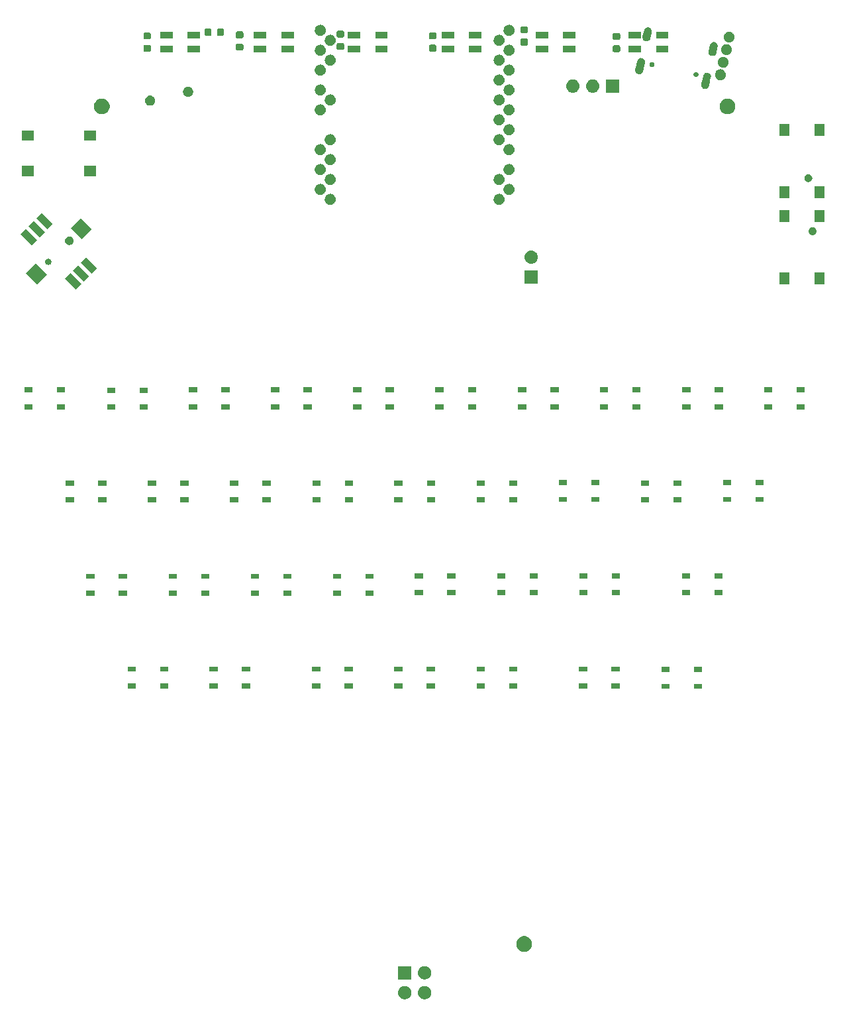
<source format=gbr>
G04 #@! TF.GenerationSoftware,KiCad,Pcbnew,5.0.2-1.fc29*
G04 #@! TF.CreationDate,2019-02-25T04:27:58+01:00*
G04 #@! TF.ProjectId,tr19-badge,74723139-2d62-4616-9467-652e6b696361,rev?*
G04 #@! TF.SameCoordinates,Original*
G04 #@! TF.FileFunction,Soldermask,Top*
G04 #@! TF.FilePolarity,Negative*
%FSLAX46Y46*%
G04 Gerber Fmt 4.6, Leading zero omitted, Abs format (unit mm)*
G04 Created by KiCad (PCBNEW 5.0.2-1.fc29) date Mon 25 Feb 2019 04:27:58 CET*
%MOMM*%
%LPD*%
G01*
G04 APERTURE LIST*
%ADD10C,0.100000*%
G04 APERTURE END LIST*
D10*
G36*
X1353376Y10635900D02*
X1436633Y10627700D01*
X1596852Y10579098D01*
X1596855Y10579097D01*
X1675165Y10537239D01*
X1744520Y10500168D01*
X1873949Y10393949D01*
X1980168Y10264520D01*
X2017239Y10195165D01*
X2059097Y10116855D01*
X2059098Y10116852D01*
X2107700Y9956633D01*
X2124112Y9790000D01*
X2107700Y9623367D01*
X2059098Y9463148D01*
X2059097Y9463145D01*
X2017239Y9384835D01*
X1980168Y9315480D01*
X1873949Y9186051D01*
X1744520Y9079832D01*
X1675165Y9042761D01*
X1596855Y9000903D01*
X1596852Y9000902D01*
X1436633Y8952300D01*
X1353376Y8944100D01*
X1311749Y8940000D01*
X1228251Y8940000D01*
X1186624Y8944100D01*
X1103367Y8952300D01*
X943148Y9000902D01*
X943145Y9000903D01*
X864835Y9042761D01*
X795480Y9079832D01*
X666051Y9186051D01*
X559832Y9315480D01*
X522761Y9384835D01*
X480903Y9463145D01*
X480902Y9463148D01*
X432300Y9623367D01*
X415888Y9790000D01*
X432300Y9956633D01*
X480902Y10116852D01*
X480903Y10116855D01*
X522761Y10195165D01*
X559832Y10264520D01*
X666051Y10393949D01*
X795480Y10500168D01*
X864835Y10537239D01*
X943145Y10579097D01*
X943148Y10579098D01*
X1103367Y10627700D01*
X1186624Y10635900D01*
X1228251Y10640000D01*
X1311749Y10640000D01*
X1353376Y10635900D01*
X1353376Y10635900D01*
G37*
G36*
X-1186624Y10635900D02*
X-1103367Y10627700D01*
X-943148Y10579098D01*
X-943145Y10579097D01*
X-864835Y10537239D01*
X-795480Y10500168D01*
X-666051Y10393949D01*
X-559832Y10264520D01*
X-522761Y10195165D01*
X-480903Y10116855D01*
X-480902Y10116852D01*
X-432300Y9956633D01*
X-415888Y9790000D01*
X-432300Y9623367D01*
X-480902Y9463148D01*
X-480903Y9463145D01*
X-522761Y9384835D01*
X-559832Y9315480D01*
X-666051Y9186051D01*
X-795480Y9079832D01*
X-864835Y9042761D01*
X-943145Y9000903D01*
X-943148Y9000902D01*
X-1103367Y8952300D01*
X-1186624Y8944100D01*
X-1228251Y8940000D01*
X-1311749Y8940000D01*
X-1353376Y8944100D01*
X-1436633Y8952300D01*
X-1596852Y9000902D01*
X-1596855Y9000903D01*
X-1675165Y9042761D01*
X-1744520Y9079832D01*
X-1873949Y9186051D01*
X-1980168Y9315480D01*
X-2017239Y9384835D01*
X-2059097Y9463145D01*
X-2059098Y9463148D01*
X-2107700Y9623367D01*
X-2124112Y9790000D01*
X-2107700Y9956633D01*
X-2059098Y10116852D01*
X-2059097Y10116855D01*
X-2017239Y10195165D01*
X-1980168Y10264520D01*
X-1873949Y10393949D01*
X-1744520Y10500168D01*
X-1675165Y10537239D01*
X-1596855Y10579097D01*
X-1596852Y10579098D01*
X-1436633Y10627700D01*
X-1353376Y10635900D01*
X-1311749Y10640000D01*
X-1228251Y10640000D01*
X-1186624Y10635900D01*
X-1186624Y10635900D01*
G37*
G36*
X-420000Y11480000D02*
X-2120000Y11480000D01*
X-2120000Y13180000D01*
X-420000Y13180000D01*
X-420000Y11480000D01*
X-420000Y11480000D01*
G37*
G36*
X1353376Y13175900D02*
X1436633Y13167700D01*
X1596852Y13119098D01*
X1596855Y13119097D01*
X1675165Y13077239D01*
X1744520Y13040168D01*
X1873949Y12933949D01*
X1980168Y12804520D01*
X2017239Y12735165D01*
X2059097Y12656855D01*
X2059098Y12656852D01*
X2107700Y12496633D01*
X2124112Y12330000D01*
X2107700Y12163367D01*
X2059098Y12003148D01*
X2059097Y12003145D01*
X2017239Y11924835D01*
X1980168Y11855480D01*
X1873949Y11726051D01*
X1744520Y11619832D01*
X1675165Y11582761D01*
X1596855Y11540903D01*
X1596852Y11540902D01*
X1436633Y11492300D01*
X1353376Y11484100D01*
X1311749Y11480000D01*
X1228251Y11480000D01*
X1186624Y11484100D01*
X1103367Y11492300D01*
X943148Y11540902D01*
X943145Y11540903D01*
X864835Y11582761D01*
X795480Y11619832D01*
X666051Y11726051D01*
X559832Y11855480D01*
X522761Y11924835D01*
X480903Y12003145D01*
X480902Y12003148D01*
X432300Y12163367D01*
X415888Y12330000D01*
X432300Y12496633D01*
X480902Y12656852D01*
X480903Y12656855D01*
X522761Y12735165D01*
X559832Y12804520D01*
X666051Y12933949D01*
X795480Y13040168D01*
X864835Y13077239D01*
X943145Y13119097D01*
X943148Y13119098D01*
X1103367Y13167700D01*
X1186624Y13175900D01*
X1228251Y13180000D01*
X1311749Y13180000D01*
X1353376Y13175900D01*
X1353376Y13175900D01*
G37*
G36*
X14291689Y16961571D02*
X14473678Y16886189D01*
X14637463Y16776751D01*
X14776751Y16637463D01*
X14886189Y16473678D01*
X14961571Y16291689D01*
X15000000Y16098491D01*
X15000000Y15901509D01*
X14961571Y15708311D01*
X14886189Y15526322D01*
X14776751Y15362537D01*
X14637463Y15223249D01*
X14473678Y15113811D01*
X14291689Y15038429D01*
X14098491Y15000000D01*
X13901509Y15000000D01*
X13708311Y15038429D01*
X13526322Y15113811D01*
X13362537Y15223249D01*
X13223249Y15362537D01*
X13113811Y15526322D01*
X13038429Y15708311D01*
X13000000Y15901509D01*
X13000000Y16098491D01*
X13038429Y16291689D01*
X13113811Y16473678D01*
X13223249Y16637463D01*
X13362537Y16776751D01*
X13526322Y16886189D01*
X13708311Y16961571D01*
X13901509Y17000000D01*
X14098491Y17000000D01*
X14291689Y16961571D01*
X14291689Y16961571D01*
G37*
G36*
X32600000Y48600000D02*
X31550000Y48600000D01*
X31550000Y49250000D01*
X32600000Y49250000D01*
X32600000Y48600000D01*
X32600000Y48600000D01*
G37*
G36*
X36750000Y48600000D02*
X35700000Y48600000D01*
X35700000Y49250000D01*
X36750000Y49250000D01*
X36750000Y48600000D01*
X36750000Y48600000D01*
G37*
G36*
X13100000Y48640000D02*
X12050000Y48640000D01*
X12050000Y49290000D01*
X13100000Y49290000D01*
X13100000Y48640000D01*
X13100000Y48640000D01*
G37*
G36*
X8950000Y48640000D02*
X7900000Y48640000D01*
X7900000Y49290000D01*
X8950000Y49290000D01*
X8950000Y48640000D01*
X8950000Y48640000D01*
G37*
G36*
X-25200000Y48650000D02*
X-26250000Y48650000D01*
X-26250000Y49300000D01*
X-25200000Y49300000D01*
X-25200000Y48650000D01*
X-25200000Y48650000D01*
G37*
G36*
X22050000Y48650000D02*
X21000000Y48650000D01*
X21000000Y49300000D01*
X22050000Y49300000D01*
X22050000Y48650000D01*
X22050000Y48650000D01*
G37*
G36*
X-12050000Y48650000D02*
X-13100000Y48650000D01*
X-13100000Y49300000D01*
X-12050000Y49300000D01*
X-12050000Y48650000D01*
X-12050000Y48650000D01*
G37*
G36*
X-7900000Y48650000D02*
X-8950000Y48650000D01*
X-8950000Y49300000D01*
X-7900000Y49300000D01*
X-7900000Y48650000D01*
X-7900000Y48650000D01*
G37*
G36*
X-35650000Y48650000D02*
X-36700000Y48650000D01*
X-36700000Y49300000D01*
X-35650000Y49300000D01*
X-35650000Y48650000D01*
X-35650000Y48650000D01*
G37*
G36*
X2580000Y48650000D02*
X1530000Y48650000D01*
X1530000Y49300000D01*
X2580000Y49300000D01*
X2580000Y48650000D01*
X2580000Y48650000D01*
G37*
G36*
X-1570000Y48650000D02*
X-2620000Y48650000D01*
X-2620000Y49300000D01*
X-1570000Y49300000D01*
X-1570000Y48650000D01*
X-1570000Y48650000D01*
G37*
G36*
X26200000Y48650000D02*
X25150000Y48650000D01*
X25150000Y49300000D01*
X26200000Y49300000D01*
X26200000Y48650000D01*
X26200000Y48650000D01*
G37*
G36*
X-21050000Y48650000D02*
X-22100000Y48650000D01*
X-22100000Y49300000D01*
X-21050000Y49300000D01*
X-21050000Y48650000D01*
X-21050000Y48650000D01*
G37*
G36*
X-31500000Y48650000D02*
X-32550000Y48650000D01*
X-32550000Y49300000D01*
X-31500000Y49300000D01*
X-31500000Y48650000D01*
X-31500000Y48650000D01*
G37*
G36*
X36750000Y50750000D02*
X35700000Y50750000D01*
X35700000Y51400000D01*
X36750000Y51400000D01*
X36750000Y50750000D01*
X36750000Y50750000D01*
G37*
G36*
X32600000Y50750000D02*
X31550000Y50750000D01*
X31550000Y51400000D01*
X32600000Y51400000D01*
X32600000Y50750000D01*
X32600000Y50750000D01*
G37*
G36*
X13100000Y50790000D02*
X12050000Y50790000D01*
X12050000Y51440000D01*
X13100000Y51440000D01*
X13100000Y50790000D01*
X13100000Y50790000D01*
G37*
G36*
X8950000Y50790000D02*
X7900000Y50790000D01*
X7900000Y51440000D01*
X8950000Y51440000D01*
X8950000Y50790000D01*
X8950000Y50790000D01*
G37*
G36*
X-12050000Y50800000D02*
X-13100000Y50800000D01*
X-13100000Y51450000D01*
X-12050000Y51450000D01*
X-12050000Y50800000D01*
X-12050000Y50800000D01*
G37*
G36*
X-31500000Y50800000D02*
X-32550000Y50800000D01*
X-32550000Y51450000D01*
X-31500000Y51450000D01*
X-31500000Y50800000D01*
X-31500000Y50800000D01*
G37*
G36*
X-7900000Y50800000D02*
X-8950000Y50800000D01*
X-8950000Y51450000D01*
X-7900000Y51450000D01*
X-7900000Y50800000D01*
X-7900000Y50800000D01*
G37*
G36*
X-1570000Y50800000D02*
X-2620000Y50800000D01*
X-2620000Y51450000D01*
X-1570000Y51450000D01*
X-1570000Y50800000D01*
X-1570000Y50800000D01*
G37*
G36*
X-21050000Y50800000D02*
X-22100000Y50800000D01*
X-22100000Y51450000D01*
X-21050000Y51450000D01*
X-21050000Y50800000D01*
X-21050000Y50800000D01*
G37*
G36*
X-25200000Y50800000D02*
X-26250000Y50800000D01*
X-26250000Y51450000D01*
X-25200000Y51450000D01*
X-25200000Y50800000D01*
X-25200000Y50800000D01*
G37*
G36*
X2580000Y50800000D02*
X1530000Y50800000D01*
X1530000Y51450000D01*
X2580000Y51450000D01*
X2580000Y50800000D01*
X2580000Y50800000D01*
G37*
G36*
X26200000Y50800000D02*
X25150000Y50800000D01*
X25150000Y51450000D01*
X26200000Y51450000D01*
X26200000Y50800000D01*
X26200000Y50800000D01*
G37*
G36*
X22050000Y50800000D02*
X21000000Y50800000D01*
X21000000Y51450000D01*
X22050000Y51450000D01*
X22050000Y50800000D01*
X22050000Y50800000D01*
G37*
G36*
X-35650000Y50800000D02*
X-36700000Y50800000D01*
X-36700000Y51450000D01*
X-35650000Y51450000D01*
X-35650000Y50800000D01*
X-35650000Y50800000D01*
G37*
G36*
X-5250000Y60500000D02*
X-6300000Y60500000D01*
X-6300000Y61150000D01*
X-5250000Y61150000D01*
X-5250000Y60500000D01*
X-5250000Y60500000D01*
G37*
G36*
X-40950000Y60500000D02*
X-42000000Y60500000D01*
X-42000000Y61150000D01*
X-40950000Y61150000D01*
X-40950000Y60500000D01*
X-40950000Y60500000D01*
G37*
G36*
X-36800000Y60500000D02*
X-37850000Y60500000D01*
X-37850000Y61150000D01*
X-36800000Y61150000D01*
X-36800000Y60500000D01*
X-36800000Y60500000D01*
G37*
G36*
X-30400000Y60500000D02*
X-31450000Y60500000D01*
X-31450000Y61150000D01*
X-30400000Y61150000D01*
X-30400000Y60500000D01*
X-30400000Y60500000D01*
G37*
G36*
X-9400000Y60500000D02*
X-10450000Y60500000D01*
X-10450000Y61150000D01*
X-9400000Y61150000D01*
X-9400000Y60500000D01*
X-9400000Y60500000D01*
G37*
G36*
X-19900000Y60500000D02*
X-20950000Y60500000D01*
X-20950000Y61150000D01*
X-19900000Y61150000D01*
X-19900000Y60500000D01*
X-19900000Y60500000D01*
G37*
G36*
X-26250000Y60500000D02*
X-27300000Y60500000D01*
X-27300000Y61150000D01*
X-26250000Y61150000D01*
X-26250000Y60500000D01*
X-26250000Y60500000D01*
G37*
G36*
X-15750000Y60500000D02*
X-16800000Y60500000D01*
X-16800000Y61150000D01*
X-15750000Y61150000D01*
X-15750000Y60500000D01*
X-15750000Y60500000D01*
G37*
G36*
X1050000Y60550000D02*
X0Y60550000D01*
X0Y61200000D01*
X1050000Y61200000D01*
X1050000Y60550000D01*
X1050000Y60550000D01*
G37*
G36*
X39350000Y60550000D02*
X38300000Y60550000D01*
X38300000Y61200000D01*
X39350000Y61200000D01*
X39350000Y60550000D01*
X39350000Y60550000D01*
G37*
G36*
X11600000Y60550000D02*
X10550000Y60550000D01*
X10550000Y61200000D01*
X11600000Y61200000D01*
X11600000Y60550000D01*
X11600000Y60550000D01*
G37*
G36*
X15750000Y60550000D02*
X14700000Y60550000D01*
X14700000Y61200000D01*
X15750000Y61200000D01*
X15750000Y60550000D01*
X15750000Y60550000D01*
G37*
G36*
X22100000Y60550000D02*
X21050000Y60550000D01*
X21050000Y61200000D01*
X22100000Y61200000D01*
X22100000Y60550000D01*
X22100000Y60550000D01*
G37*
G36*
X5200000Y60550000D02*
X4150000Y60550000D01*
X4150000Y61200000D01*
X5200000Y61200000D01*
X5200000Y60550000D01*
X5200000Y60550000D01*
G37*
G36*
X26250000Y60550000D02*
X25200000Y60550000D01*
X25200000Y61200000D01*
X26250000Y61200000D01*
X26250000Y60550000D01*
X26250000Y60550000D01*
G37*
G36*
X35200000Y60550000D02*
X34150000Y60550000D01*
X34150000Y61200000D01*
X35200000Y61200000D01*
X35200000Y60550000D01*
X35200000Y60550000D01*
G37*
G36*
X-19900000Y62650000D02*
X-20950000Y62650000D01*
X-20950000Y63300000D01*
X-19900000Y63300000D01*
X-19900000Y62650000D01*
X-19900000Y62650000D01*
G37*
G36*
X-40950000Y62650000D02*
X-42000000Y62650000D01*
X-42000000Y63300000D01*
X-40950000Y63300000D01*
X-40950000Y62650000D01*
X-40950000Y62650000D01*
G37*
G36*
X-36800000Y62650000D02*
X-37850000Y62650000D01*
X-37850000Y63300000D01*
X-36800000Y63300000D01*
X-36800000Y62650000D01*
X-36800000Y62650000D01*
G37*
G36*
X-9400000Y62650000D02*
X-10450000Y62650000D01*
X-10450000Y63300000D01*
X-9400000Y63300000D01*
X-9400000Y62650000D01*
X-9400000Y62650000D01*
G37*
G36*
X-15750000Y62650000D02*
X-16800000Y62650000D01*
X-16800000Y63300000D01*
X-15750000Y63300000D01*
X-15750000Y62650000D01*
X-15750000Y62650000D01*
G37*
G36*
X-5250000Y62650000D02*
X-6300000Y62650000D01*
X-6300000Y63300000D01*
X-5250000Y63300000D01*
X-5250000Y62650000D01*
X-5250000Y62650000D01*
G37*
G36*
X-30400000Y62650000D02*
X-31450000Y62650000D01*
X-31450000Y63300000D01*
X-30400000Y63300000D01*
X-30400000Y62650000D01*
X-30400000Y62650000D01*
G37*
G36*
X-26250000Y62650000D02*
X-27300000Y62650000D01*
X-27300000Y63300000D01*
X-26250000Y63300000D01*
X-26250000Y62650000D01*
X-26250000Y62650000D01*
G37*
G36*
X22100000Y62700000D02*
X21050000Y62700000D01*
X21050000Y63350000D01*
X22100000Y63350000D01*
X22100000Y62700000D01*
X22100000Y62700000D01*
G37*
G36*
X26250000Y62700000D02*
X25200000Y62700000D01*
X25200000Y63350000D01*
X26250000Y63350000D01*
X26250000Y62700000D01*
X26250000Y62700000D01*
G37*
G36*
X39350000Y62700000D02*
X38300000Y62700000D01*
X38300000Y63350000D01*
X39350000Y63350000D01*
X39350000Y62700000D01*
X39350000Y62700000D01*
G37*
G36*
X35200000Y62700000D02*
X34150000Y62700000D01*
X34150000Y63350000D01*
X35200000Y63350000D01*
X35200000Y62700000D01*
X35200000Y62700000D01*
G37*
G36*
X11600000Y62700000D02*
X10550000Y62700000D01*
X10550000Y63350000D01*
X11600000Y63350000D01*
X11600000Y62700000D01*
X11600000Y62700000D01*
G37*
G36*
X5200000Y62700000D02*
X4150000Y62700000D01*
X4150000Y63350000D01*
X5200000Y63350000D01*
X5200000Y62700000D01*
X5200000Y62700000D01*
G37*
G36*
X1050000Y62700000D02*
X0Y62700000D01*
X0Y63350000D01*
X1050000Y63350000D01*
X1050000Y62700000D01*
X1050000Y62700000D01*
G37*
G36*
X15750000Y62700000D02*
X14700000Y62700000D01*
X14700000Y63350000D01*
X15750000Y63350000D01*
X15750000Y62700000D01*
X15750000Y62700000D01*
G37*
G36*
X29950000Y72400000D02*
X28900000Y72400000D01*
X28900000Y73050000D01*
X29950000Y73050000D01*
X29950000Y72400000D01*
X29950000Y72400000D01*
G37*
G36*
X-18400000Y72400000D02*
X-19450000Y72400000D01*
X-19450000Y73050000D01*
X-18400000Y73050000D01*
X-18400000Y72400000D01*
X-18400000Y72400000D01*
G37*
G36*
X-22550000Y72400000D02*
X-23600000Y72400000D01*
X-23600000Y73050000D01*
X-22550000Y73050000D01*
X-22550000Y72400000D01*
X-22550000Y72400000D01*
G37*
G36*
X-28900000Y72400000D02*
X-29950000Y72400000D01*
X-29950000Y73050000D01*
X-28900000Y73050000D01*
X-28900000Y72400000D01*
X-28900000Y72400000D01*
G37*
G36*
X-33050000Y72400000D02*
X-34100000Y72400000D01*
X-34100000Y73050000D01*
X-33050000Y73050000D01*
X-33050000Y72400000D01*
X-33050000Y72400000D01*
G37*
G36*
X2600000Y72400000D02*
X1550000Y72400000D01*
X1550000Y73050000D01*
X2600000Y73050000D01*
X2600000Y72400000D01*
X2600000Y72400000D01*
G37*
G36*
X13100000Y72400000D02*
X12050000Y72400000D01*
X12050000Y73050000D01*
X13100000Y73050000D01*
X13100000Y72400000D01*
X13100000Y72400000D01*
G37*
G36*
X-1550000Y72400000D02*
X-2600000Y72400000D01*
X-2600000Y73050000D01*
X-1550000Y73050000D01*
X-1550000Y72400000D01*
X-1550000Y72400000D01*
G37*
G36*
X8950000Y72400000D02*
X7900000Y72400000D01*
X7900000Y73050000D01*
X8950000Y73050000D01*
X8950000Y72400000D01*
X8950000Y72400000D01*
G37*
G36*
X-43550000Y72400000D02*
X-44600000Y72400000D01*
X-44600000Y73050000D01*
X-43550000Y73050000D01*
X-43550000Y72400000D01*
X-43550000Y72400000D01*
G37*
G36*
X-12000000Y72400000D02*
X-13050000Y72400000D01*
X-13050000Y73050000D01*
X-12000000Y73050000D01*
X-12000000Y72400000D01*
X-12000000Y72400000D01*
G37*
G36*
X-39400000Y72400000D02*
X-40450000Y72400000D01*
X-40450000Y73050000D01*
X-39400000Y73050000D01*
X-39400000Y72400000D01*
X-39400000Y72400000D01*
G37*
G36*
X34100000Y72400000D02*
X33050000Y72400000D01*
X33050000Y73050000D01*
X34100000Y73050000D01*
X34100000Y72400000D01*
X34100000Y72400000D01*
G37*
G36*
X-7850000Y72400000D02*
X-8900000Y72400000D01*
X-8900000Y73050000D01*
X-7850000Y73050000D01*
X-7850000Y72400000D01*
X-7850000Y72400000D01*
G37*
G36*
X19450000Y72450000D02*
X18400000Y72450000D01*
X18400000Y73100000D01*
X19450000Y73100000D01*
X19450000Y72450000D01*
X19450000Y72450000D01*
G37*
G36*
X44600000Y72450000D02*
X43550000Y72450000D01*
X43550000Y73100000D01*
X44600000Y73100000D01*
X44600000Y72450000D01*
X44600000Y72450000D01*
G37*
G36*
X40450000Y72450000D02*
X39400000Y72450000D01*
X39400000Y73100000D01*
X40450000Y73100000D01*
X40450000Y72450000D01*
X40450000Y72450000D01*
G37*
G36*
X23600000Y72450000D02*
X22550000Y72450000D01*
X22550000Y73100000D01*
X23600000Y73100000D01*
X23600000Y72450000D01*
X23600000Y72450000D01*
G37*
G36*
X-43550000Y74550000D02*
X-44600000Y74550000D01*
X-44600000Y75200000D01*
X-43550000Y75200000D01*
X-43550000Y74550000D01*
X-43550000Y74550000D01*
G37*
G36*
X-7850000Y74550000D02*
X-8900000Y74550000D01*
X-8900000Y75200000D01*
X-7850000Y75200000D01*
X-7850000Y74550000D01*
X-7850000Y74550000D01*
G37*
G36*
X34100000Y74550000D02*
X33050000Y74550000D01*
X33050000Y75200000D01*
X34100000Y75200000D01*
X34100000Y74550000D01*
X34100000Y74550000D01*
G37*
G36*
X-39400000Y74550000D02*
X-40450000Y74550000D01*
X-40450000Y75200000D01*
X-39400000Y75200000D01*
X-39400000Y74550000D01*
X-39400000Y74550000D01*
G37*
G36*
X-1550000Y74550000D02*
X-2600000Y74550000D01*
X-2600000Y75200000D01*
X-1550000Y75200000D01*
X-1550000Y74550000D01*
X-1550000Y74550000D01*
G37*
G36*
X29950000Y74550000D02*
X28900000Y74550000D01*
X28900000Y75200000D01*
X29950000Y75200000D01*
X29950000Y74550000D01*
X29950000Y74550000D01*
G37*
G36*
X-12000000Y74550000D02*
X-13050000Y74550000D01*
X-13050000Y75200000D01*
X-12000000Y75200000D01*
X-12000000Y74550000D01*
X-12000000Y74550000D01*
G37*
G36*
X2600000Y74550000D02*
X1550000Y74550000D01*
X1550000Y75200000D01*
X2600000Y75200000D01*
X2600000Y74550000D01*
X2600000Y74550000D01*
G37*
G36*
X13100000Y74550000D02*
X12050000Y74550000D01*
X12050000Y75200000D01*
X13100000Y75200000D01*
X13100000Y74550000D01*
X13100000Y74550000D01*
G37*
G36*
X8950000Y74550000D02*
X7900000Y74550000D01*
X7900000Y75200000D01*
X8950000Y75200000D01*
X8950000Y74550000D01*
X8950000Y74550000D01*
G37*
G36*
X-28900000Y74550000D02*
X-29950000Y74550000D01*
X-29950000Y75200000D01*
X-28900000Y75200000D01*
X-28900000Y74550000D01*
X-28900000Y74550000D01*
G37*
G36*
X-33050000Y74550000D02*
X-34100000Y74550000D01*
X-34100000Y75200000D01*
X-33050000Y75200000D01*
X-33050000Y74550000D01*
X-33050000Y74550000D01*
G37*
G36*
X-18400000Y74550000D02*
X-19450000Y74550000D01*
X-19450000Y75200000D01*
X-18400000Y75200000D01*
X-18400000Y74550000D01*
X-18400000Y74550000D01*
G37*
G36*
X-22550000Y74550000D02*
X-23600000Y74550000D01*
X-23600000Y75200000D01*
X-22550000Y75200000D01*
X-22550000Y74550000D01*
X-22550000Y74550000D01*
G37*
G36*
X44600000Y74600000D02*
X43550000Y74600000D01*
X43550000Y75250000D01*
X44600000Y75250000D01*
X44600000Y74600000D01*
X44600000Y74600000D01*
G37*
G36*
X40450000Y74600000D02*
X39400000Y74600000D01*
X39400000Y75250000D01*
X40450000Y75250000D01*
X40450000Y74600000D01*
X40450000Y74600000D01*
G37*
G36*
X23600000Y74600000D02*
X22550000Y74600000D01*
X22550000Y75250000D01*
X23600000Y75250000D01*
X23600000Y74600000D01*
X23600000Y74600000D01*
G37*
G36*
X19450000Y74600000D02*
X18400000Y74600000D01*
X18400000Y75250000D01*
X19450000Y75250000D01*
X19450000Y74600000D01*
X19450000Y74600000D01*
G37*
G36*
X-38250000Y84250000D02*
X-39300000Y84250000D01*
X-39300000Y84900000D01*
X-38250000Y84900000D01*
X-38250000Y84250000D01*
X-38250000Y84250000D01*
G37*
G36*
X-34100000Y84250000D02*
X-35150000Y84250000D01*
X-35150000Y84900000D01*
X-34100000Y84900000D01*
X-34100000Y84250000D01*
X-34100000Y84250000D01*
G37*
G36*
X35250000Y84300000D02*
X34200000Y84300000D01*
X34200000Y84950000D01*
X35250000Y84950000D01*
X35250000Y84300000D01*
X35250000Y84300000D01*
G37*
G36*
X-2650000Y84300000D02*
X-3700000Y84300000D01*
X-3700000Y84950000D01*
X-2650000Y84950000D01*
X-2650000Y84300000D01*
X-2650000Y84300000D01*
G37*
G36*
X-6800000Y84300000D02*
X-7850000Y84300000D01*
X-7850000Y84950000D01*
X-6800000Y84950000D01*
X-6800000Y84300000D01*
X-6800000Y84300000D01*
G37*
G36*
X-44700000Y84300000D02*
X-45750000Y84300000D01*
X-45750000Y84950000D01*
X-44700000Y84950000D01*
X-44700000Y84300000D01*
X-44700000Y84300000D01*
G37*
G36*
X3700000Y84300000D02*
X2650000Y84300000D01*
X2650000Y84950000D01*
X3700000Y84950000D01*
X3700000Y84300000D01*
X3700000Y84300000D01*
G37*
G36*
X7850000Y84300000D02*
X6800000Y84300000D01*
X6800000Y84950000D01*
X7850000Y84950000D01*
X7850000Y84300000D01*
X7850000Y84300000D01*
G37*
G36*
X-48850000Y84300000D02*
X-49900000Y84300000D01*
X-49900000Y84950000D01*
X-48850000Y84950000D01*
X-48850000Y84300000D01*
X-48850000Y84300000D01*
G37*
G36*
X-17300000Y84300000D02*
X-18350000Y84300000D01*
X-18350000Y84950000D01*
X-17300000Y84950000D01*
X-17300000Y84300000D01*
X-17300000Y84300000D01*
G37*
G36*
X-13150000Y84300000D02*
X-14200000Y84300000D01*
X-14200000Y84950000D01*
X-13150000Y84950000D01*
X-13150000Y84300000D01*
X-13150000Y84300000D01*
G37*
G36*
X-27800000Y84300000D02*
X-28850000Y84300000D01*
X-28850000Y84950000D01*
X-27800000Y84950000D01*
X-27800000Y84300000D01*
X-27800000Y84300000D01*
G37*
G36*
X18400000Y84300000D02*
X17350000Y84300000D01*
X17350000Y84950000D01*
X18400000Y84950000D01*
X18400000Y84300000D01*
X18400000Y84300000D01*
G37*
G36*
X24700000Y84300000D02*
X23650000Y84300000D01*
X23650000Y84950000D01*
X24700000Y84950000D01*
X24700000Y84300000D01*
X24700000Y84300000D01*
G37*
G36*
X28850000Y84300000D02*
X27800000Y84300000D01*
X27800000Y84950000D01*
X28850000Y84950000D01*
X28850000Y84300000D01*
X28850000Y84300000D01*
G37*
G36*
X49850000Y84300000D02*
X48800000Y84300000D01*
X48800000Y84950000D01*
X49850000Y84950000D01*
X49850000Y84300000D01*
X49850000Y84300000D01*
G37*
G36*
X-23650000Y84300000D02*
X-24700000Y84300000D01*
X-24700000Y84950000D01*
X-23650000Y84950000D01*
X-23650000Y84300000D01*
X-23650000Y84300000D01*
G37*
G36*
X45700000Y84300000D02*
X44650000Y84300000D01*
X44650000Y84950000D01*
X45700000Y84950000D01*
X45700000Y84300000D01*
X45700000Y84300000D01*
G37*
G36*
X39400000Y84300000D02*
X38350000Y84300000D01*
X38350000Y84950000D01*
X39400000Y84950000D01*
X39400000Y84300000D01*
X39400000Y84300000D01*
G37*
G36*
X14250000Y84300000D02*
X13200000Y84300000D01*
X13200000Y84950000D01*
X14250000Y84950000D01*
X14250000Y84300000D01*
X14250000Y84300000D01*
G37*
G36*
X-38250000Y86400000D02*
X-39300000Y86400000D01*
X-39300000Y87050000D01*
X-38250000Y87050000D01*
X-38250000Y86400000D01*
X-38250000Y86400000D01*
G37*
G36*
X-34100000Y86400000D02*
X-35150000Y86400000D01*
X-35150000Y87050000D01*
X-34100000Y87050000D01*
X-34100000Y86400000D01*
X-34100000Y86400000D01*
G37*
G36*
X-48850000Y86450000D02*
X-49900000Y86450000D01*
X-49900000Y87100000D01*
X-48850000Y87100000D01*
X-48850000Y86450000D01*
X-48850000Y86450000D01*
G37*
G36*
X-13150000Y86450000D02*
X-14200000Y86450000D01*
X-14200000Y87100000D01*
X-13150000Y87100000D01*
X-13150000Y86450000D01*
X-13150000Y86450000D01*
G37*
G36*
X-17300000Y86450000D02*
X-18350000Y86450000D01*
X-18350000Y87100000D01*
X-17300000Y87100000D01*
X-17300000Y86450000D01*
X-17300000Y86450000D01*
G37*
G36*
X7850000Y86450000D02*
X6800000Y86450000D01*
X6800000Y87100000D01*
X7850000Y87100000D01*
X7850000Y86450000D01*
X7850000Y86450000D01*
G37*
G36*
X-23650000Y86450000D02*
X-24700000Y86450000D01*
X-24700000Y87100000D01*
X-23650000Y87100000D01*
X-23650000Y86450000D01*
X-23650000Y86450000D01*
G37*
G36*
X3700000Y86450000D02*
X2650000Y86450000D01*
X2650000Y87100000D01*
X3700000Y87100000D01*
X3700000Y86450000D01*
X3700000Y86450000D01*
G37*
G36*
X-6800000Y86450000D02*
X-7850000Y86450000D01*
X-7850000Y87100000D01*
X-6800000Y87100000D01*
X-6800000Y86450000D01*
X-6800000Y86450000D01*
G37*
G36*
X-2650000Y86450000D02*
X-3700000Y86450000D01*
X-3700000Y87100000D01*
X-2650000Y87100000D01*
X-2650000Y86450000D01*
X-2650000Y86450000D01*
G37*
G36*
X18400000Y86450000D02*
X17350000Y86450000D01*
X17350000Y87100000D01*
X18400000Y87100000D01*
X18400000Y86450000D01*
X18400000Y86450000D01*
G37*
G36*
X28850000Y86450000D02*
X27800000Y86450000D01*
X27800000Y87100000D01*
X28850000Y87100000D01*
X28850000Y86450000D01*
X28850000Y86450000D01*
G37*
G36*
X14250000Y86450000D02*
X13200000Y86450000D01*
X13200000Y87100000D01*
X14250000Y87100000D01*
X14250000Y86450000D01*
X14250000Y86450000D01*
G37*
G36*
X49850000Y86450000D02*
X48800000Y86450000D01*
X48800000Y87100000D01*
X49850000Y87100000D01*
X49850000Y86450000D01*
X49850000Y86450000D01*
G37*
G36*
X45700000Y86450000D02*
X44650000Y86450000D01*
X44650000Y87100000D01*
X45700000Y87100000D01*
X45700000Y86450000D01*
X45700000Y86450000D01*
G37*
G36*
X-44700000Y86450000D02*
X-45750000Y86450000D01*
X-45750000Y87100000D01*
X-44700000Y87100000D01*
X-44700000Y86450000D01*
X-44700000Y86450000D01*
G37*
G36*
X35250000Y86450000D02*
X34200000Y86450000D01*
X34200000Y87100000D01*
X35250000Y87100000D01*
X35250000Y86450000D01*
X35250000Y86450000D01*
G37*
G36*
X-27800000Y86450000D02*
X-28850000Y86450000D01*
X-28850000Y87100000D01*
X-27800000Y87100000D01*
X-27800000Y86450000D01*
X-27800000Y86450000D01*
G37*
G36*
X24700000Y86450000D02*
X23650000Y86450000D01*
X23650000Y87100000D01*
X24700000Y87100000D01*
X24700000Y86450000D01*
X24700000Y86450000D01*
G37*
G36*
X39400000Y86450000D02*
X38350000Y86450000D01*
X38350000Y87100000D01*
X39400000Y87100000D01*
X39400000Y86450000D01*
X39400000Y86450000D01*
G37*
G36*
X-42616509Y100308415D02*
X-43323616Y99601308D01*
X-44737829Y101015521D01*
X-44030722Y101722628D01*
X-42616509Y100308415D01*
X-42616509Y100308415D01*
G37*
G36*
X52400000Y100250000D02*
X51100000Y100250000D01*
X51100000Y101800000D01*
X52400000Y101800000D01*
X52400000Y100250000D01*
X52400000Y100250000D01*
G37*
G36*
X47900000Y100250000D02*
X46600000Y100250000D01*
X46600000Y101800000D01*
X47900000Y101800000D01*
X47900000Y100250000D01*
X47900000Y100250000D01*
G37*
G36*
X-47018248Y101563530D02*
X-48291040Y100290738D01*
X-49705254Y101704952D01*
X-48432462Y102977744D01*
X-47018248Y101563530D01*
X-47018248Y101563530D01*
G37*
G36*
X15750000Y100350000D02*
X14050000Y100350000D01*
X14050000Y102050000D01*
X15750000Y102050000D01*
X15750000Y100350000D01*
X15750000Y100350000D01*
G37*
G36*
X-41608882Y101316043D02*
X-42315989Y100608936D01*
X-43730202Y102023149D01*
X-43023095Y102730256D01*
X-41608882Y101316043D01*
X-41608882Y101316043D01*
G37*
G36*
X-40601255Y102323670D02*
X-41308362Y101616563D01*
X-42722575Y103030776D01*
X-42015468Y103737883D01*
X-40601255Y102323670D01*
X-40601255Y102323670D01*
G37*
G36*
X-46724796Y103539148D02*
X-46652001Y103508995D01*
X-46586487Y103465220D01*
X-46530772Y103409505D01*
X-46486997Y103343991D01*
X-46456844Y103271196D01*
X-46441472Y103193917D01*
X-46441472Y103115123D01*
X-46456844Y103037844D01*
X-46486997Y102965049D01*
X-46530772Y102899535D01*
X-46586487Y102843820D01*
X-46652001Y102800045D01*
X-46724796Y102769892D01*
X-46802075Y102754520D01*
X-46880869Y102754520D01*
X-46958148Y102769892D01*
X-47030943Y102800045D01*
X-47096457Y102843820D01*
X-47152172Y102899535D01*
X-47195947Y102965049D01*
X-47226100Y103037844D01*
X-47241472Y103115123D01*
X-47241472Y103193917D01*
X-47226100Y103271196D01*
X-47195947Y103343991D01*
X-47152172Y103409505D01*
X-47096457Y103465220D01*
X-47030943Y103508995D01*
X-46958148Y103539148D01*
X-46880869Y103554520D01*
X-46802075Y103554520D01*
X-46724796Y103539148D01*
X-46724796Y103539148D01*
G37*
G36*
X14983376Y104585900D02*
X15066633Y104577700D01*
X15226852Y104529098D01*
X15226855Y104529097D01*
X15305165Y104487239D01*
X15374520Y104450168D01*
X15503949Y104343949D01*
X15610168Y104214520D01*
X15647239Y104145165D01*
X15689097Y104066855D01*
X15689098Y104066852D01*
X15737700Y103906633D01*
X15754112Y103740000D01*
X15737700Y103573367D01*
X15689098Y103413148D01*
X15689097Y103413145D01*
X15687151Y103409505D01*
X15610168Y103265480D01*
X15503949Y103136051D01*
X15374520Y103029832D01*
X15305165Y102992761D01*
X15226855Y102950903D01*
X15226852Y102950902D01*
X15066633Y102902300D01*
X14983376Y102894100D01*
X14941749Y102890000D01*
X14858251Y102890000D01*
X14816624Y102894100D01*
X14733367Y102902300D01*
X14573148Y102950902D01*
X14573145Y102950903D01*
X14494835Y102992761D01*
X14425480Y103029832D01*
X14296051Y103136051D01*
X14189832Y103265480D01*
X14112849Y103409505D01*
X14110903Y103413145D01*
X14110902Y103413148D01*
X14062300Y103573367D01*
X14045888Y103740000D01*
X14062300Y103906633D01*
X14110902Y104066852D01*
X14110903Y104066855D01*
X14152761Y104145165D01*
X14189832Y104214520D01*
X14296051Y104343949D01*
X14425480Y104450168D01*
X14494835Y104487239D01*
X14573145Y104529097D01*
X14573148Y104529098D01*
X14733367Y104577700D01*
X14816624Y104585900D01*
X14858251Y104590000D01*
X14941749Y104590000D01*
X14983376Y104585900D01*
X14983376Y104585900D01*
G37*
G36*
X-48273363Y105965270D02*
X-48980470Y105258163D01*
X-50394683Y106672376D01*
X-49687576Y107379483D01*
X-48273363Y105965270D01*
X-48273363Y105965270D01*
G37*
G36*
X-43994037Y106370390D02*
X-43893943Y106328929D01*
X-43803862Y106268739D01*
X-43727253Y106192130D01*
X-43667063Y106102049D01*
X-43625602Y106001955D01*
X-43604466Y105895696D01*
X-43604466Y105787356D01*
X-43625602Y105681097D01*
X-43667063Y105581003D01*
X-43727253Y105490922D01*
X-43803862Y105414313D01*
X-43893943Y105354123D01*
X-43994037Y105312662D01*
X-44100296Y105291526D01*
X-44208636Y105291526D01*
X-44314895Y105312662D01*
X-44414989Y105354123D01*
X-44505070Y105414313D01*
X-44581679Y105490922D01*
X-44641869Y105581003D01*
X-44683330Y105681097D01*
X-44704466Y105787356D01*
X-44704466Y105895696D01*
X-44683330Y106001955D01*
X-44641869Y106102049D01*
X-44581679Y106192130D01*
X-44505070Y106268739D01*
X-44414989Y106328929D01*
X-44314895Y106370390D01*
X-44208636Y106391526D01*
X-44100296Y106391526D01*
X-43994037Y106370390D01*
X-43994037Y106370390D01*
G37*
G36*
X-41290684Y107291093D02*
X-42563476Y106018301D01*
X-43977690Y107432515D01*
X-42704898Y108705307D01*
X-41290684Y107291093D01*
X-41290684Y107291093D01*
G37*
G36*
X-47265736Y106972897D02*
X-47972843Y106265790D01*
X-49387056Y107680003D01*
X-48679949Y108387110D01*
X-47265736Y106972897D01*
X-47265736Y106972897D01*
G37*
G36*
X51018521Y107541737D02*
X51109515Y107504046D01*
X51191407Y107449327D01*
X51261051Y107379683D01*
X51315770Y107297791D01*
X51353461Y107206797D01*
X51372676Y107110198D01*
X51372676Y107011706D01*
X51353461Y106915107D01*
X51315770Y106824113D01*
X51261052Y106742222D01*
X51191406Y106672576D01*
X51109515Y106617858D01*
X51018521Y106580167D01*
X50921922Y106560952D01*
X50823430Y106560952D01*
X50726831Y106580167D01*
X50635837Y106617858D01*
X50553946Y106672576D01*
X50484300Y106742222D01*
X50429582Y106824113D01*
X50391891Y106915107D01*
X50372676Y107011706D01*
X50372676Y107110198D01*
X50391891Y107206797D01*
X50429582Y107297791D01*
X50484301Y107379683D01*
X50553945Y107449327D01*
X50635837Y107504046D01*
X50726831Y107541737D01*
X50823430Y107560952D01*
X50921922Y107560952D01*
X51018521Y107541737D01*
X51018521Y107541737D01*
G37*
G36*
X-46258109Y107980524D02*
X-46965216Y107273417D01*
X-48379429Y108687630D01*
X-47672322Y109394737D01*
X-46258109Y107980524D01*
X-46258109Y107980524D01*
G37*
G36*
X47900000Y108200000D02*
X46600000Y108200000D01*
X46600000Y109750000D01*
X47900000Y109750000D01*
X47900000Y108200000D01*
X47900000Y108200000D01*
G37*
G36*
X52400000Y108200000D02*
X51100000Y108200000D01*
X51100000Y109750000D01*
X52400000Y109750000D01*
X52400000Y108200000D01*
X52400000Y108200000D01*
G37*
G36*
X-10658437Y111811550D02*
X-10590816Y111798099D01*
X-10463426Y111745333D01*
X-10394699Y111699410D01*
X-10348776Y111668726D01*
X-10251274Y111571224D01*
X-10220590Y111525301D01*
X-10174667Y111456574D01*
X-10121901Y111329184D01*
X-10121901Y111329182D01*
X-10106150Y111250000D01*
X-10095000Y111193942D01*
X-10095000Y111056058D01*
X-10121901Y110920816D01*
X-10174667Y110793426D01*
X-10220590Y110724699D01*
X-10251274Y110678776D01*
X-10348776Y110581274D01*
X-10394699Y110550590D01*
X-10463426Y110504667D01*
X-10590816Y110451901D01*
X-10658437Y110438450D01*
X-10726056Y110425000D01*
X-10863944Y110425000D01*
X-10931563Y110438450D01*
X-10999184Y110451901D01*
X-11126574Y110504667D01*
X-11195301Y110550590D01*
X-11241224Y110581274D01*
X-11338726Y110678776D01*
X-11369410Y110724699D01*
X-11415333Y110793426D01*
X-11468099Y110920816D01*
X-11495000Y111056058D01*
X-11495000Y111193942D01*
X-11483849Y111250000D01*
X-11468099Y111329182D01*
X-11468099Y111329184D01*
X-11415333Y111456574D01*
X-11369410Y111525301D01*
X-11338726Y111571224D01*
X-11241224Y111668726D01*
X-11195301Y111699410D01*
X-11126574Y111745333D01*
X-10999184Y111798099D01*
X-10931563Y111811550D01*
X-10863944Y111825000D01*
X-10726056Y111825000D01*
X-10658437Y111811550D01*
X-10658437Y111811550D01*
G37*
G36*
X10931563Y111811550D02*
X10999184Y111798099D01*
X11126574Y111745333D01*
X11195301Y111699410D01*
X11241224Y111668726D01*
X11338726Y111571224D01*
X11369410Y111525301D01*
X11415333Y111456574D01*
X11468099Y111329184D01*
X11468099Y111329182D01*
X11483850Y111250000D01*
X11495000Y111193942D01*
X11495000Y111056058D01*
X11468099Y110920816D01*
X11415333Y110793426D01*
X11369410Y110724699D01*
X11338726Y110678776D01*
X11241224Y110581274D01*
X11195301Y110550590D01*
X11126574Y110504667D01*
X10999184Y110451901D01*
X10931563Y110438450D01*
X10863944Y110425000D01*
X10726056Y110425000D01*
X10658437Y110438450D01*
X10590816Y110451901D01*
X10463426Y110504667D01*
X10394699Y110550590D01*
X10348776Y110581274D01*
X10251274Y110678776D01*
X10220590Y110724699D01*
X10174667Y110793426D01*
X10121901Y110920816D01*
X10095000Y111056058D01*
X10095000Y111193942D01*
X10106151Y111250000D01*
X10121901Y111329182D01*
X10121901Y111329184D01*
X10174667Y111456574D01*
X10220590Y111525301D01*
X10251274Y111571224D01*
X10348776Y111668726D01*
X10394699Y111699410D01*
X10463426Y111745333D01*
X10590816Y111798099D01*
X10658437Y111811550D01*
X10726056Y111825000D01*
X10863944Y111825000D01*
X10931563Y111811550D01*
X10931563Y111811550D01*
G37*
G36*
X52400000Y111250000D02*
X51100000Y111250000D01*
X51100000Y112800000D01*
X52400000Y112800000D01*
X52400000Y111250000D01*
X52400000Y111250000D01*
G37*
G36*
X47900000Y111250000D02*
X46600000Y111250000D01*
X46600000Y112800000D01*
X47900000Y112800000D01*
X47900000Y111250000D01*
X47900000Y111250000D01*
G37*
G36*
X12201563Y113081550D02*
X12269184Y113068099D01*
X12396574Y113015333D01*
X12465301Y112969410D01*
X12511224Y112938726D01*
X12608726Y112841224D01*
X12636271Y112800000D01*
X12685333Y112726574D01*
X12738099Y112599184D01*
X12765000Y112463942D01*
X12765000Y112326058D01*
X12738099Y112190816D01*
X12685333Y112063426D01*
X12639410Y111994699D01*
X12608726Y111948776D01*
X12511224Y111851274D01*
X12471902Y111825000D01*
X12396574Y111774667D01*
X12269184Y111721901D01*
X12201563Y111708450D01*
X12133944Y111695000D01*
X11996056Y111695000D01*
X11928437Y111708450D01*
X11860816Y111721901D01*
X11733426Y111774667D01*
X11658098Y111825000D01*
X11618776Y111851274D01*
X11521274Y111948776D01*
X11490590Y111994699D01*
X11444667Y112063426D01*
X11391901Y112190816D01*
X11365000Y112326058D01*
X11365000Y112463942D01*
X11391901Y112599184D01*
X11444667Y112726574D01*
X11493729Y112800000D01*
X11521274Y112841224D01*
X11618776Y112938726D01*
X11664699Y112969410D01*
X11733426Y113015333D01*
X11860816Y113068099D01*
X11928437Y113081550D01*
X11996056Y113095000D01*
X12133944Y113095000D01*
X12201563Y113081550D01*
X12201563Y113081550D01*
G37*
G36*
X-11928437Y113081550D02*
X-11860816Y113068099D01*
X-11733426Y113015333D01*
X-11664699Y112969410D01*
X-11618776Y112938726D01*
X-11521274Y112841224D01*
X-11493729Y112800000D01*
X-11444667Y112726574D01*
X-11391901Y112599184D01*
X-11365000Y112463942D01*
X-11365000Y112326058D01*
X-11391901Y112190816D01*
X-11444667Y112063426D01*
X-11490590Y111994699D01*
X-11521274Y111948776D01*
X-11618776Y111851274D01*
X-11658098Y111825000D01*
X-11733426Y111774667D01*
X-11860816Y111721901D01*
X-11928437Y111708450D01*
X-11996056Y111695000D01*
X-12133944Y111695000D01*
X-12201563Y111708450D01*
X-12269184Y111721901D01*
X-12396574Y111774667D01*
X-12471902Y111825000D01*
X-12511224Y111851274D01*
X-12608726Y111948776D01*
X-12639410Y111994699D01*
X-12685333Y112063426D01*
X-12738099Y112190816D01*
X-12765000Y112326058D01*
X-12765000Y112463942D01*
X-12738099Y112599184D01*
X-12685333Y112726574D01*
X-12636271Y112800000D01*
X-12608726Y112841224D01*
X-12511224Y112938726D01*
X-12465301Y112969410D01*
X-12396574Y113015333D01*
X-12269184Y113068099D01*
X-12201563Y113081550D01*
X-12133944Y113095000D01*
X-11996056Y113095000D01*
X-11928437Y113081550D01*
X-11928437Y113081550D01*
G37*
G36*
X-10658437Y114351549D02*
X-10590816Y114338099D01*
X-10463426Y114285333D01*
X-10394699Y114239410D01*
X-10348776Y114208726D01*
X-10251274Y114111224D01*
X-10227663Y114075887D01*
X-10174667Y113996574D01*
X-10121901Y113869184D01*
X-10121901Y113869182D01*
X-10106111Y113789804D01*
X-10095000Y113733942D01*
X-10095000Y113596058D01*
X-10121901Y113460816D01*
X-10174667Y113333426D01*
X-10220590Y113264699D01*
X-10251274Y113218776D01*
X-10348776Y113121274D01*
X-10388098Y113095000D01*
X-10463426Y113044667D01*
X-10590816Y112991901D01*
X-10658437Y112978450D01*
X-10726056Y112965000D01*
X-10863944Y112965000D01*
X-10931563Y112978450D01*
X-10999184Y112991901D01*
X-11126574Y113044667D01*
X-11201902Y113095000D01*
X-11241224Y113121274D01*
X-11338726Y113218776D01*
X-11369410Y113264699D01*
X-11415333Y113333426D01*
X-11468099Y113460816D01*
X-11495000Y113596058D01*
X-11495000Y113733942D01*
X-11483888Y113789804D01*
X-11468099Y113869182D01*
X-11468099Y113869184D01*
X-11415333Y113996574D01*
X-11362337Y114075887D01*
X-11338726Y114111224D01*
X-11241224Y114208726D01*
X-11195301Y114239410D01*
X-11126574Y114285333D01*
X-10999184Y114338099D01*
X-10931563Y114351549D01*
X-10863944Y114365000D01*
X-10726056Y114365000D01*
X-10658437Y114351549D01*
X-10658437Y114351549D01*
G37*
G36*
X10931563Y114351549D02*
X10999184Y114338099D01*
X11126574Y114285333D01*
X11195301Y114239410D01*
X11241224Y114208726D01*
X11338726Y114111224D01*
X11362337Y114075887D01*
X11415333Y113996574D01*
X11468099Y113869184D01*
X11468099Y113869182D01*
X11483889Y113789804D01*
X11495000Y113733942D01*
X11495000Y113596058D01*
X11468099Y113460816D01*
X11415333Y113333426D01*
X11369410Y113264699D01*
X11338726Y113218776D01*
X11241224Y113121274D01*
X11201902Y113095000D01*
X11126574Y113044667D01*
X10999184Y112991901D01*
X10931563Y112978450D01*
X10863944Y112965000D01*
X10726056Y112965000D01*
X10658437Y112978450D01*
X10590816Y112991901D01*
X10463426Y113044667D01*
X10388098Y113095000D01*
X10348776Y113121274D01*
X10251274Y113218776D01*
X10220590Y113264699D01*
X10174667Y113333426D01*
X10121901Y113460816D01*
X10095000Y113596058D01*
X10095000Y113733942D01*
X10106112Y113789804D01*
X10121901Y113869182D01*
X10121901Y113869184D01*
X10174667Y113996574D01*
X10227663Y114075887D01*
X10251274Y114111224D01*
X10348776Y114208726D01*
X10394699Y114239410D01*
X10463426Y114285333D01*
X10590816Y114338099D01*
X10658437Y114351549D01*
X10726056Y114365000D01*
X10863944Y114365000D01*
X10931563Y114351549D01*
X10931563Y114351549D01*
G37*
G36*
X50473169Y114319833D02*
X50556459Y114285333D01*
X50564163Y114282142D01*
X50634716Y114235000D01*
X50646055Y114227423D01*
X50715699Y114157779D01*
X50770418Y114075887D01*
X50808109Y113984893D01*
X50827324Y113888294D01*
X50827324Y113789802D01*
X50808109Y113693203D01*
X50770418Y113602209D01*
X50715699Y113520317D01*
X50646055Y113450673D01*
X50564163Y113395954D01*
X50473169Y113358263D01*
X50376570Y113339048D01*
X50278078Y113339048D01*
X50181479Y113358263D01*
X50090485Y113395954D01*
X50008593Y113450673D01*
X49938949Y113520317D01*
X49884230Y113602209D01*
X49846539Y113693203D01*
X49827324Y113789802D01*
X49827324Y113888294D01*
X49846539Y113984893D01*
X49884230Y114075887D01*
X49938949Y114157779D01*
X50008593Y114227423D01*
X50019933Y114235000D01*
X50090485Y114282142D01*
X50098189Y114285333D01*
X50181479Y114319833D01*
X50278078Y114339048D01*
X50376570Y114339048D01*
X50473169Y114319833D01*
X50473169Y114319833D01*
G37*
G36*
X-40750000Y114100000D02*
X-42300000Y114100000D01*
X-42300000Y115400000D01*
X-40750000Y115400000D01*
X-40750000Y114100000D01*
X-40750000Y114100000D01*
G37*
G36*
X-48700000Y114100000D02*
X-50250000Y114100000D01*
X-50250000Y115400000D01*
X-48700000Y115400000D01*
X-48700000Y114100000D01*
X-48700000Y114100000D01*
G37*
G36*
X12201563Y115621549D02*
X12269184Y115608099D01*
X12396574Y115555333D01*
X12465301Y115509410D01*
X12511224Y115478726D01*
X12608726Y115381224D01*
X12639410Y115335301D01*
X12685333Y115266574D01*
X12738099Y115139184D01*
X12765000Y115003942D01*
X12765000Y114866058D01*
X12738099Y114730816D01*
X12685333Y114603426D01*
X12639410Y114534699D01*
X12608726Y114488776D01*
X12511224Y114391274D01*
X12471902Y114365000D01*
X12396574Y114314667D01*
X12269184Y114261901D01*
X12201563Y114248451D01*
X12133944Y114235000D01*
X11996056Y114235000D01*
X11928437Y114248451D01*
X11860816Y114261901D01*
X11733426Y114314667D01*
X11658098Y114365000D01*
X11618776Y114391274D01*
X11521274Y114488776D01*
X11490590Y114534699D01*
X11444667Y114603426D01*
X11391901Y114730816D01*
X11365000Y114866058D01*
X11365000Y115003942D01*
X11391901Y115139184D01*
X11444667Y115266574D01*
X11490590Y115335301D01*
X11521274Y115381224D01*
X11618776Y115478726D01*
X11664699Y115509410D01*
X11733426Y115555333D01*
X11860816Y115608099D01*
X11928437Y115621549D01*
X11996056Y115635000D01*
X12133944Y115635000D01*
X12201563Y115621549D01*
X12201563Y115621549D01*
G37*
G36*
X-11928437Y115621549D02*
X-11860816Y115608099D01*
X-11733426Y115555333D01*
X-11664699Y115509410D01*
X-11618776Y115478726D01*
X-11521274Y115381224D01*
X-11490590Y115335301D01*
X-11444667Y115266574D01*
X-11391901Y115139184D01*
X-11365000Y115003942D01*
X-11365000Y114866058D01*
X-11391901Y114730816D01*
X-11444667Y114603426D01*
X-11490590Y114534699D01*
X-11521274Y114488776D01*
X-11618776Y114391274D01*
X-11658098Y114365000D01*
X-11733426Y114314667D01*
X-11860816Y114261901D01*
X-11928437Y114248451D01*
X-11996056Y114235000D01*
X-12133944Y114235000D01*
X-12201563Y114248451D01*
X-12269184Y114261901D01*
X-12396574Y114314667D01*
X-12471902Y114365000D01*
X-12511224Y114391274D01*
X-12608726Y114488776D01*
X-12639410Y114534699D01*
X-12685333Y114603426D01*
X-12738099Y114730816D01*
X-12765000Y114866058D01*
X-12765000Y115003942D01*
X-12738099Y115139184D01*
X-12685333Y115266574D01*
X-12639410Y115335301D01*
X-12608726Y115381224D01*
X-12511224Y115478726D01*
X-12465301Y115509410D01*
X-12396574Y115555333D01*
X-12269184Y115608099D01*
X-12201563Y115621549D01*
X-12133944Y115635000D01*
X-11996056Y115635000D01*
X-11928437Y115621549D01*
X-11928437Y115621549D01*
G37*
G36*
X-10658437Y116891550D02*
X-10590816Y116878099D01*
X-10463426Y116825333D01*
X-10394699Y116779410D01*
X-10348776Y116748726D01*
X-10251274Y116651224D01*
X-10220590Y116605301D01*
X-10174667Y116536574D01*
X-10121901Y116409184D01*
X-10095000Y116273942D01*
X-10095000Y116136058D01*
X-10121901Y116000816D01*
X-10174667Y115873426D01*
X-10220590Y115804699D01*
X-10251274Y115758776D01*
X-10348776Y115661274D01*
X-10388098Y115635000D01*
X-10463426Y115584667D01*
X-10590816Y115531901D01*
X-10658437Y115518450D01*
X-10726056Y115505000D01*
X-10863944Y115505000D01*
X-10931563Y115518450D01*
X-10999184Y115531901D01*
X-11126574Y115584667D01*
X-11201902Y115635000D01*
X-11241224Y115661274D01*
X-11338726Y115758776D01*
X-11369410Y115804699D01*
X-11415333Y115873426D01*
X-11468099Y116000816D01*
X-11495000Y116136058D01*
X-11495000Y116273942D01*
X-11468099Y116409184D01*
X-11415333Y116536574D01*
X-11369410Y116605301D01*
X-11338726Y116651224D01*
X-11241224Y116748726D01*
X-11195301Y116779410D01*
X-11126574Y116825333D01*
X-10999184Y116878099D01*
X-10931563Y116891550D01*
X-10863944Y116905000D01*
X-10726056Y116905000D01*
X-10658437Y116891550D01*
X-10658437Y116891550D01*
G37*
G36*
X-11928437Y118161550D02*
X-11860816Y118148099D01*
X-11733426Y118095333D01*
X-11664699Y118049410D01*
X-11618776Y118018726D01*
X-11521274Y117921224D01*
X-11490590Y117875301D01*
X-11444667Y117806574D01*
X-11391901Y117679184D01*
X-11365000Y117543942D01*
X-11365000Y117406058D01*
X-11391901Y117270816D01*
X-11444667Y117143426D01*
X-11490590Y117074699D01*
X-11521274Y117028776D01*
X-11618776Y116931274D01*
X-11658098Y116905000D01*
X-11733426Y116854667D01*
X-11860816Y116801901D01*
X-11928437Y116788450D01*
X-11996056Y116775000D01*
X-12133944Y116775000D01*
X-12201563Y116788450D01*
X-12269184Y116801901D01*
X-12396574Y116854667D01*
X-12471902Y116905000D01*
X-12511224Y116931274D01*
X-12608726Y117028776D01*
X-12639410Y117074699D01*
X-12685333Y117143426D01*
X-12738099Y117270816D01*
X-12765000Y117406058D01*
X-12765000Y117543942D01*
X-12738099Y117679184D01*
X-12685333Y117806574D01*
X-12639410Y117875301D01*
X-12608726Y117921224D01*
X-12511224Y118018726D01*
X-12465301Y118049410D01*
X-12396574Y118095333D01*
X-12269184Y118148099D01*
X-12201563Y118161550D01*
X-12133944Y118175000D01*
X-11996056Y118175000D01*
X-11928437Y118161550D01*
X-11928437Y118161550D01*
G37*
G36*
X12201563Y118161550D02*
X12269184Y118148099D01*
X12396574Y118095333D01*
X12465301Y118049410D01*
X12511224Y118018726D01*
X12608726Y117921224D01*
X12639410Y117875301D01*
X12685333Y117806574D01*
X12738099Y117679184D01*
X12765000Y117543942D01*
X12765000Y117406058D01*
X12738099Y117270816D01*
X12685333Y117143426D01*
X12639410Y117074699D01*
X12608726Y117028776D01*
X12511224Y116931274D01*
X12471902Y116905000D01*
X12396574Y116854667D01*
X12269184Y116801901D01*
X12201563Y116788450D01*
X12133944Y116775000D01*
X11996056Y116775000D01*
X11928437Y116788450D01*
X11860816Y116801901D01*
X11733426Y116854667D01*
X11658098Y116905000D01*
X11618776Y116931274D01*
X11521274Y117028776D01*
X11490590Y117074699D01*
X11444667Y117143426D01*
X11391901Y117270816D01*
X11365000Y117406058D01*
X11365000Y117543942D01*
X11391901Y117679184D01*
X11444667Y117806574D01*
X11490590Y117875301D01*
X11521274Y117921224D01*
X11618776Y118018726D01*
X11664699Y118049410D01*
X11733426Y118095333D01*
X11860816Y118148099D01*
X11928437Y118161550D01*
X11996056Y118175000D01*
X12133944Y118175000D01*
X12201563Y118161550D01*
X12201563Y118161550D01*
G37*
G36*
X10931563Y119431550D02*
X10999184Y119418099D01*
X11126574Y119365333D01*
X11195301Y119319410D01*
X11241224Y119288726D01*
X11338726Y119191224D01*
X11369410Y119145301D01*
X11415333Y119076574D01*
X11468099Y118949184D01*
X11495000Y118813942D01*
X11495000Y118676058D01*
X11468099Y118540816D01*
X11415333Y118413426D01*
X11369410Y118344699D01*
X11338726Y118298776D01*
X11241224Y118201274D01*
X11201902Y118175000D01*
X11126574Y118124667D01*
X10999184Y118071901D01*
X10931563Y118058450D01*
X10863944Y118045000D01*
X10726056Y118045000D01*
X10658437Y118058450D01*
X10590816Y118071901D01*
X10463426Y118124667D01*
X10388098Y118175000D01*
X10348776Y118201274D01*
X10251274Y118298776D01*
X10220590Y118344699D01*
X10174667Y118413426D01*
X10121901Y118540816D01*
X10095000Y118676058D01*
X10095000Y118813942D01*
X10121901Y118949184D01*
X10174667Y119076574D01*
X10220590Y119145301D01*
X10251274Y119191224D01*
X10348776Y119288726D01*
X10394699Y119319410D01*
X10463426Y119365333D01*
X10590816Y119418099D01*
X10658437Y119431550D01*
X10726056Y119445000D01*
X10863944Y119445000D01*
X10931563Y119431550D01*
X10931563Y119431550D01*
G37*
G36*
X-10658437Y119431550D02*
X-10590816Y119418099D01*
X-10463426Y119365333D01*
X-10394699Y119319410D01*
X-10348776Y119288726D01*
X-10251274Y119191224D01*
X-10220590Y119145301D01*
X-10174667Y119076574D01*
X-10121901Y118949184D01*
X-10095000Y118813942D01*
X-10095000Y118676058D01*
X-10121901Y118540816D01*
X-10174667Y118413426D01*
X-10220590Y118344699D01*
X-10251274Y118298776D01*
X-10348776Y118201274D01*
X-10388098Y118175000D01*
X-10463426Y118124667D01*
X-10590816Y118071901D01*
X-10658437Y118058450D01*
X-10726056Y118045000D01*
X-10863944Y118045000D01*
X-10931563Y118058450D01*
X-10999184Y118071901D01*
X-11126574Y118124667D01*
X-11201902Y118175000D01*
X-11241224Y118201274D01*
X-11338726Y118298776D01*
X-11369410Y118344699D01*
X-11415333Y118413426D01*
X-11468099Y118540816D01*
X-11495000Y118676058D01*
X-11495000Y118813942D01*
X-11468099Y118949184D01*
X-11415333Y119076574D01*
X-11369410Y119145301D01*
X-11338726Y119191224D01*
X-11241224Y119288726D01*
X-11195301Y119319410D01*
X-11126574Y119365333D01*
X-10999184Y119418099D01*
X-10931563Y119431550D01*
X-10863944Y119445000D01*
X-10726056Y119445000D01*
X-10658437Y119431550D01*
X-10658437Y119431550D01*
G37*
G36*
X-48700000Y118600000D02*
X-50250000Y118600000D01*
X-50250000Y119900000D01*
X-48700000Y119900000D01*
X-48700000Y118600000D01*
X-48700000Y118600000D01*
G37*
G36*
X-40750000Y118600000D02*
X-42300000Y118600000D01*
X-42300000Y119900000D01*
X-40750000Y119900000D01*
X-40750000Y118600000D01*
X-40750000Y118600000D01*
G37*
G36*
X47900000Y119200000D02*
X46600000Y119200000D01*
X46600000Y120750000D01*
X47900000Y120750000D01*
X47900000Y119200000D01*
X47900000Y119200000D01*
G37*
G36*
X52400000Y119200000D02*
X51100000Y119200000D01*
X51100000Y120750000D01*
X52400000Y120750000D01*
X52400000Y119200000D01*
X52400000Y119200000D01*
G37*
G36*
X12201563Y120701550D02*
X12269184Y120688099D01*
X12396574Y120635333D01*
X12465301Y120589410D01*
X12511224Y120558726D01*
X12608726Y120461224D01*
X12639410Y120415301D01*
X12685333Y120346574D01*
X12738099Y120219184D01*
X12765000Y120083942D01*
X12765000Y119946058D01*
X12738099Y119810816D01*
X12685333Y119683426D01*
X12639410Y119614699D01*
X12608726Y119568776D01*
X12511224Y119471274D01*
X12471902Y119445000D01*
X12396574Y119394667D01*
X12269184Y119341901D01*
X12201563Y119328451D01*
X12133944Y119315000D01*
X11996056Y119315000D01*
X11928437Y119328451D01*
X11860816Y119341901D01*
X11733426Y119394667D01*
X11658098Y119445000D01*
X11618776Y119471274D01*
X11521274Y119568776D01*
X11490590Y119614699D01*
X11444667Y119683426D01*
X11391901Y119810816D01*
X11365000Y119946058D01*
X11365000Y120083942D01*
X11391901Y120219184D01*
X11444667Y120346574D01*
X11490590Y120415301D01*
X11521274Y120461224D01*
X11618776Y120558726D01*
X11664699Y120589410D01*
X11733426Y120635333D01*
X11860816Y120688099D01*
X11928437Y120701550D01*
X11996056Y120715000D01*
X12133944Y120715000D01*
X12201563Y120701550D01*
X12201563Y120701550D01*
G37*
G36*
X10931563Y121971549D02*
X10999184Y121958099D01*
X11126574Y121905333D01*
X11195301Y121859410D01*
X11241224Y121828726D01*
X11338726Y121731224D01*
X11369410Y121685301D01*
X11415333Y121616574D01*
X11468099Y121489184D01*
X11495000Y121353942D01*
X11495000Y121216058D01*
X11468099Y121080816D01*
X11415333Y120953426D01*
X11369410Y120884699D01*
X11338726Y120838776D01*
X11241224Y120741274D01*
X11201902Y120715000D01*
X11126574Y120664667D01*
X10999184Y120611901D01*
X10931563Y120598451D01*
X10863944Y120585000D01*
X10726056Y120585000D01*
X10658437Y120598451D01*
X10590816Y120611901D01*
X10463426Y120664667D01*
X10388098Y120715000D01*
X10348776Y120741274D01*
X10251274Y120838776D01*
X10220590Y120884699D01*
X10174667Y120953426D01*
X10121901Y121080816D01*
X10095000Y121216058D01*
X10095000Y121353942D01*
X10121901Y121489184D01*
X10174667Y121616574D01*
X10220590Y121685301D01*
X10251274Y121731224D01*
X10348776Y121828726D01*
X10394699Y121859410D01*
X10463426Y121905333D01*
X10590816Y121958099D01*
X10658437Y121971549D01*
X10726056Y121985000D01*
X10863944Y121985000D01*
X10931563Y121971549D01*
X10931563Y121971549D01*
G37*
G36*
X-11928437Y123241549D02*
X-11860816Y123228099D01*
X-11733426Y123175333D01*
X-11664699Y123129410D01*
X-11618776Y123098726D01*
X-11521274Y123001224D01*
X-11490590Y122955301D01*
X-11444667Y122886574D01*
X-11391901Y122759184D01*
X-11365000Y122623942D01*
X-11365000Y122486058D01*
X-11391901Y122350816D01*
X-11444667Y122223426D01*
X-11490590Y122154699D01*
X-11521274Y122108776D01*
X-11618776Y122011274D01*
X-11658098Y121985000D01*
X-11733426Y121934667D01*
X-11860816Y121881901D01*
X-11928437Y121868451D01*
X-11996056Y121855000D01*
X-12133944Y121855000D01*
X-12201563Y121868451D01*
X-12269184Y121881901D01*
X-12396574Y121934667D01*
X-12471902Y121985000D01*
X-12511224Y122011274D01*
X-12608726Y122108776D01*
X-12639410Y122154699D01*
X-12685333Y122223426D01*
X-12738099Y122350816D01*
X-12765000Y122486058D01*
X-12765000Y122623942D01*
X-12738099Y122759184D01*
X-12685333Y122886574D01*
X-12639410Y122955301D01*
X-12608726Y123001224D01*
X-12511224Y123098726D01*
X-12465301Y123129410D01*
X-12396574Y123175333D01*
X-12269184Y123228099D01*
X-12201563Y123241549D01*
X-12133944Y123255000D01*
X-11996056Y123255000D01*
X-11928437Y123241549D01*
X-11928437Y123241549D01*
G37*
G36*
X12201563Y123241549D02*
X12269184Y123228099D01*
X12396574Y123175333D01*
X12465301Y123129410D01*
X12511224Y123098726D01*
X12608726Y123001224D01*
X12639410Y122955301D01*
X12685333Y122886574D01*
X12738099Y122759184D01*
X12765000Y122623942D01*
X12765000Y122486058D01*
X12738099Y122350816D01*
X12685333Y122223426D01*
X12639410Y122154699D01*
X12608726Y122108776D01*
X12511224Y122011274D01*
X12471902Y121985000D01*
X12396574Y121934667D01*
X12269184Y121881901D01*
X12201563Y121868451D01*
X12133944Y121855000D01*
X11996056Y121855000D01*
X11928437Y121868451D01*
X11860816Y121881901D01*
X11733426Y121934667D01*
X11658098Y121985000D01*
X11618776Y122011274D01*
X11521274Y122108776D01*
X11490590Y122154699D01*
X11444667Y122223426D01*
X11391901Y122350816D01*
X11365000Y122486058D01*
X11365000Y122623942D01*
X11391901Y122759184D01*
X11444667Y122886574D01*
X11490590Y122955301D01*
X11521274Y123001224D01*
X11618776Y123098726D01*
X11664699Y123129410D01*
X11733426Y123175333D01*
X11860816Y123228099D01*
X11928437Y123241549D01*
X11996056Y123255000D01*
X12133944Y123255000D01*
X12201563Y123241549D01*
X12201563Y123241549D01*
G37*
G36*
X-39708311Y123961571D02*
X-39526322Y123886189D01*
X-39362538Y123776752D01*
X-39223248Y123637462D01*
X-39163487Y123548023D01*
X-39113811Y123473678D01*
X-39038429Y123291689D01*
X-39000000Y123098491D01*
X-39000000Y122901509D01*
X-39038429Y122708311D01*
X-39113811Y122526322D01*
X-39223249Y122362537D01*
X-39362537Y122223249D01*
X-39526322Y122113811D01*
X-39708311Y122038429D01*
X-39901509Y122000000D01*
X-40098491Y122000000D01*
X-40291689Y122038429D01*
X-40473678Y122113811D01*
X-40637463Y122223249D01*
X-40776751Y122362537D01*
X-40886189Y122526322D01*
X-40961571Y122708311D01*
X-41000000Y122901509D01*
X-41000000Y123098491D01*
X-40961571Y123291689D01*
X-40886189Y123473678D01*
X-40836513Y123548023D01*
X-40776752Y123637462D01*
X-40637462Y123776752D01*
X-40473678Y123886189D01*
X-40291689Y123961571D01*
X-40098491Y124000000D01*
X-39901509Y124000000D01*
X-39708311Y123961571D01*
X-39708311Y123961571D01*
G37*
G36*
X40291689Y123961571D02*
X40473678Y123886189D01*
X40637462Y123776752D01*
X40776752Y123637462D01*
X40836513Y123548023D01*
X40886189Y123473678D01*
X40961571Y123291689D01*
X41000000Y123098491D01*
X41000000Y122901509D01*
X40961571Y122708311D01*
X40886189Y122526322D01*
X40776751Y122362537D01*
X40637463Y122223249D01*
X40473678Y122113811D01*
X40291689Y122038429D01*
X40098491Y122000000D01*
X39901509Y122000000D01*
X39708311Y122038429D01*
X39526322Y122113811D01*
X39362537Y122223249D01*
X39223249Y122362537D01*
X39113811Y122526322D01*
X39038429Y122708311D01*
X39000000Y122901509D01*
X39000000Y123098491D01*
X39038429Y123291689D01*
X39113811Y123473678D01*
X39163487Y123548023D01*
X39223248Y123637462D01*
X39362538Y123776752D01*
X39526322Y123886189D01*
X39708311Y123961571D01*
X39901509Y124000000D01*
X40098491Y124000000D01*
X40291689Y123961571D01*
X40291689Y123961571D01*
G37*
G36*
X-33646327Y124362643D02*
X-33528035Y124313644D01*
X-33421574Y124242510D01*
X-33331037Y124151973D01*
X-33259903Y124045512D01*
X-33210904Y123927220D01*
X-33185925Y123801641D01*
X-33185925Y123673603D01*
X-33210904Y123548024D01*
X-33259903Y123429732D01*
X-33331037Y123323271D01*
X-33421574Y123232734D01*
X-33528035Y123161600D01*
X-33646327Y123112601D01*
X-33771906Y123087622D01*
X-33899944Y123087622D01*
X-34025523Y123112601D01*
X-34143815Y123161600D01*
X-34250276Y123232734D01*
X-34340813Y123323271D01*
X-34411947Y123429732D01*
X-34460946Y123548024D01*
X-34485925Y123673603D01*
X-34485925Y123801641D01*
X-34460946Y123927220D01*
X-34411947Y124045512D01*
X-34340813Y124151973D01*
X-34250276Y124242510D01*
X-34143815Y124313644D01*
X-34025523Y124362643D01*
X-33899944Y124387622D01*
X-33771906Y124387622D01*
X-33646327Y124362643D01*
X-33646327Y124362643D01*
G37*
G36*
X10931563Y124511549D02*
X10999184Y124498099D01*
X11126574Y124445333D01*
X11195301Y124399410D01*
X11241224Y124368726D01*
X11338726Y124271224D01*
X11357911Y124242511D01*
X11415333Y124156574D01*
X11468099Y124029184D01*
X11468099Y124029182D01*
X11488381Y123927221D01*
X11495000Y123893942D01*
X11495000Y123756058D01*
X11468099Y123620816D01*
X11415333Y123493426D01*
X11372773Y123429732D01*
X11338726Y123378776D01*
X11241224Y123281274D01*
X11201902Y123255000D01*
X11126574Y123204667D01*
X10999184Y123151901D01*
X10931563Y123138450D01*
X10863944Y123125000D01*
X10726056Y123125000D01*
X10658437Y123138450D01*
X10590816Y123151901D01*
X10463426Y123204667D01*
X10388098Y123255000D01*
X10348776Y123281274D01*
X10251274Y123378776D01*
X10217227Y123429732D01*
X10174667Y123493426D01*
X10121901Y123620816D01*
X10095000Y123756058D01*
X10095000Y123893942D01*
X10101620Y123927221D01*
X10121901Y124029182D01*
X10121901Y124029184D01*
X10174667Y124156574D01*
X10232089Y124242511D01*
X10251274Y124271224D01*
X10348776Y124368726D01*
X10394699Y124399410D01*
X10463426Y124445333D01*
X10590816Y124498099D01*
X10658437Y124511549D01*
X10726056Y124525000D01*
X10863944Y124525000D01*
X10931563Y124511549D01*
X10931563Y124511549D01*
G37*
G36*
X-10658437Y124511549D02*
X-10590816Y124498099D01*
X-10463426Y124445333D01*
X-10394699Y124399410D01*
X-10348776Y124368726D01*
X-10251274Y124271224D01*
X-10232089Y124242511D01*
X-10174667Y124156574D01*
X-10121901Y124029184D01*
X-10121901Y124029182D01*
X-10101619Y123927221D01*
X-10095000Y123893942D01*
X-10095000Y123756058D01*
X-10121901Y123620816D01*
X-10174667Y123493426D01*
X-10217227Y123429732D01*
X-10251274Y123378776D01*
X-10348776Y123281274D01*
X-10388098Y123255000D01*
X-10463426Y123204667D01*
X-10590816Y123151901D01*
X-10658437Y123138450D01*
X-10726056Y123125000D01*
X-10863944Y123125000D01*
X-10931563Y123138450D01*
X-10999184Y123151901D01*
X-11126574Y123204667D01*
X-11201902Y123255000D01*
X-11241224Y123281274D01*
X-11338726Y123378776D01*
X-11372773Y123429732D01*
X-11415333Y123493426D01*
X-11468099Y123620816D01*
X-11495000Y123756058D01*
X-11495000Y123893942D01*
X-11488380Y123927221D01*
X-11468099Y124029182D01*
X-11468099Y124029184D01*
X-11415333Y124156574D01*
X-11357911Y124242511D01*
X-11338726Y124271224D01*
X-11241224Y124368726D01*
X-11195301Y124399410D01*
X-11126574Y124445333D01*
X-10999184Y124498099D01*
X-10931563Y124511549D01*
X-10863944Y124525000D01*
X-10726056Y124525000D01*
X-10658437Y124511549D01*
X-10658437Y124511549D01*
G37*
G36*
X-28774477Y125487399D02*
X-28656185Y125438400D01*
X-28549724Y125367266D01*
X-28459187Y125276729D01*
X-28388053Y125170268D01*
X-28339054Y125051976D01*
X-28314075Y124926397D01*
X-28314075Y124798359D01*
X-28339054Y124672780D01*
X-28388053Y124554488D01*
X-28459187Y124448027D01*
X-28549724Y124357490D01*
X-28656185Y124286356D01*
X-28774477Y124237357D01*
X-28900056Y124212378D01*
X-29028094Y124212378D01*
X-29153673Y124237357D01*
X-29271965Y124286356D01*
X-29378426Y124357490D01*
X-29468963Y124448027D01*
X-29540097Y124554488D01*
X-29589096Y124672780D01*
X-29614075Y124798359D01*
X-29614075Y124926397D01*
X-29589096Y125051976D01*
X-29540097Y125170268D01*
X-29468963Y125276729D01*
X-29378426Y125367266D01*
X-29271965Y125438400D01*
X-29153673Y125487399D01*
X-29028094Y125512378D01*
X-28900056Y125512378D01*
X-28774477Y125487399D01*
X-28774477Y125487399D01*
G37*
G36*
X-11928437Y125781549D02*
X-11860816Y125768099D01*
X-11733426Y125715333D01*
X-11664699Y125669410D01*
X-11618776Y125638726D01*
X-11521274Y125541224D01*
X-11502000Y125512378D01*
X-11444667Y125426574D01*
X-11391901Y125299184D01*
X-11387434Y125276727D01*
X-11365000Y125163944D01*
X-11365000Y125026056D01*
X-11378451Y124958437D01*
X-11391901Y124890816D01*
X-11444667Y124763426D01*
X-11490590Y124694699D01*
X-11521274Y124648776D01*
X-11618776Y124551274D01*
X-11658098Y124525000D01*
X-11733426Y124474667D01*
X-11860816Y124421901D01*
X-11928437Y124408450D01*
X-11996056Y124395000D01*
X-12133944Y124395000D01*
X-12201563Y124408450D01*
X-12269184Y124421901D01*
X-12396574Y124474667D01*
X-12471902Y124525000D01*
X-12511224Y124551274D01*
X-12608726Y124648776D01*
X-12639410Y124694699D01*
X-12685333Y124763426D01*
X-12738099Y124890816D01*
X-12751549Y124958437D01*
X-12765000Y125026056D01*
X-12765000Y125163944D01*
X-12742566Y125276727D01*
X-12738099Y125299184D01*
X-12685333Y125426574D01*
X-12628000Y125512378D01*
X-12608726Y125541224D01*
X-12511224Y125638726D01*
X-12465301Y125669410D01*
X-12396574Y125715333D01*
X-12269184Y125768099D01*
X-12201563Y125781549D01*
X-12133944Y125795000D01*
X-11996056Y125795000D01*
X-11928437Y125781549D01*
X-11928437Y125781549D01*
G37*
G36*
X12201563Y125781549D02*
X12269184Y125768099D01*
X12396574Y125715333D01*
X12465301Y125669410D01*
X12511224Y125638726D01*
X12608726Y125541224D01*
X12628000Y125512378D01*
X12685333Y125426574D01*
X12738099Y125299184D01*
X12742566Y125276727D01*
X12765000Y125163944D01*
X12765000Y125026056D01*
X12751549Y124958437D01*
X12738099Y124890816D01*
X12685333Y124763426D01*
X12639410Y124694699D01*
X12608726Y124648776D01*
X12511224Y124551274D01*
X12471902Y124525000D01*
X12396574Y124474667D01*
X12269184Y124421901D01*
X12201563Y124408450D01*
X12133944Y124395000D01*
X11996056Y124395000D01*
X11928437Y124408450D01*
X11860816Y124421901D01*
X11733426Y124474667D01*
X11658098Y124525000D01*
X11618776Y124551274D01*
X11521274Y124648776D01*
X11490590Y124694699D01*
X11444667Y124763426D01*
X11391901Y124890816D01*
X11378451Y124958437D01*
X11365000Y125026056D01*
X11365000Y125163944D01*
X11387434Y125276727D01*
X11391901Y125299184D01*
X11444667Y125426574D01*
X11502000Y125512378D01*
X11521274Y125541224D01*
X11618776Y125638726D01*
X11664699Y125669410D01*
X11733426Y125715333D01*
X11860816Y125768099D01*
X11928437Y125781549D01*
X11996056Y125795000D01*
X12133944Y125795000D01*
X12201563Y125781549D01*
X12201563Y125781549D01*
G37*
G36*
X20303376Y126445900D02*
X20386633Y126437700D01*
X20546852Y126389098D01*
X20546855Y126389097D01*
X20619999Y126350000D01*
X20694520Y126310168D01*
X20823949Y126203949D01*
X20930168Y126074520D01*
X20952133Y126033426D01*
X21009097Y125926855D01*
X21009098Y125926852D01*
X21057700Y125766633D01*
X21074112Y125600000D01*
X21057700Y125433367D01*
X21010184Y125276729D01*
X21009097Y125273145D01*
X20996384Y125249361D01*
X20930168Y125125480D01*
X20823949Y124996051D01*
X20694520Y124889832D01*
X20625165Y124852761D01*
X20546855Y124810903D01*
X20546852Y124810902D01*
X20386633Y124762300D01*
X20303376Y124754100D01*
X20261749Y124750000D01*
X20178251Y124750000D01*
X20136624Y124754100D01*
X20053367Y124762300D01*
X19893148Y124810902D01*
X19893145Y124810903D01*
X19814835Y124852761D01*
X19745480Y124889832D01*
X19616051Y124996051D01*
X19509832Y125125480D01*
X19443616Y125249361D01*
X19430903Y125273145D01*
X19429816Y125276729D01*
X19382300Y125433367D01*
X19365888Y125600000D01*
X19382300Y125766633D01*
X19430902Y125926852D01*
X19430903Y125926855D01*
X19487867Y126033426D01*
X19509832Y126074520D01*
X19616051Y126203949D01*
X19745480Y126310168D01*
X19820001Y126350000D01*
X19893145Y126389097D01*
X19893148Y126389098D01*
X20053367Y126437700D01*
X20136624Y126445900D01*
X20178251Y126450000D01*
X20261749Y126450000D01*
X20303376Y126445900D01*
X20303376Y126445900D01*
G37*
G36*
X26150000Y124750000D02*
X24450000Y124750000D01*
X24450000Y126450000D01*
X26150000Y126450000D01*
X26150000Y124750000D01*
X26150000Y124750000D01*
G37*
G36*
X22843376Y126445900D02*
X22926633Y126437700D01*
X23086852Y126389098D01*
X23086855Y126389097D01*
X23159999Y126350000D01*
X23234520Y126310168D01*
X23363949Y126203949D01*
X23470168Y126074520D01*
X23492133Y126033426D01*
X23549097Y125926855D01*
X23549098Y125926852D01*
X23597700Y125766633D01*
X23614112Y125600000D01*
X23597700Y125433367D01*
X23550184Y125276729D01*
X23549097Y125273145D01*
X23536384Y125249361D01*
X23470168Y125125480D01*
X23363949Y124996051D01*
X23234520Y124889832D01*
X23165165Y124852761D01*
X23086855Y124810903D01*
X23086852Y124810902D01*
X22926633Y124762300D01*
X22843376Y124754100D01*
X22801749Y124750000D01*
X22718251Y124750000D01*
X22676624Y124754100D01*
X22593367Y124762300D01*
X22433148Y124810902D01*
X22433145Y124810903D01*
X22354835Y124852761D01*
X22285480Y124889832D01*
X22156051Y124996051D01*
X22049832Y125125480D01*
X21983616Y125249361D01*
X21970903Y125273145D01*
X21969816Y125276729D01*
X21922300Y125433367D01*
X21905888Y125600000D01*
X21922300Y125766633D01*
X21970902Y125926852D01*
X21970903Y125926855D01*
X22027867Y126033426D01*
X22049832Y126074520D01*
X22156051Y126203949D01*
X22285480Y126310168D01*
X22360001Y126350000D01*
X22433145Y126389097D01*
X22433148Y126389098D01*
X22593367Y126437700D01*
X22676624Y126445900D01*
X22718251Y126450000D01*
X22801749Y126450000D01*
X22843376Y126445900D01*
X22843376Y126445900D01*
G37*
G36*
X37487164Y127304305D02*
X37580768Y127273665D01*
X37666596Y127225353D01*
X37741350Y127161224D01*
X37802157Y127083745D01*
X37846679Y126995891D01*
X37873207Y126901039D01*
X37880720Y126802835D01*
X37871884Y126729553D01*
X37623169Y125607673D01*
X37600206Y125537523D01*
X37551894Y125451695D01*
X37487766Y125376941D01*
X37410286Y125316134D01*
X37322432Y125271612D01*
X37227580Y125245084D01*
X37129377Y125237571D01*
X37031594Y125249360D01*
X36937992Y125280000D01*
X36937990Y125280001D01*
X36852162Y125328313D01*
X36777408Y125392441D01*
X36716601Y125469921D01*
X36672079Y125557775D01*
X36645551Y125652627D01*
X36638038Y125750830D01*
X36646874Y125824112D01*
X36667861Y125918776D01*
X36782070Y126433942D01*
X36895589Y126945993D01*
X36918552Y127016143D01*
X36966863Y127101971D01*
X37030992Y127176724D01*
X37030994Y127176726D01*
X37108472Y127237531D01*
X37196325Y127282054D01*
X37291176Y127308581D01*
X37389381Y127316094D01*
X37487164Y127304305D01*
X37487164Y127304305D01*
G37*
G36*
X10931563Y127051550D02*
X10999184Y127038099D01*
X11126574Y126985333D01*
X11195301Y126939410D01*
X11241224Y126908726D01*
X11338726Y126811224D01*
X11364415Y126772777D01*
X11415333Y126696574D01*
X11468099Y126569184D01*
X11468099Y126569182D01*
X11494253Y126437700D01*
X11495000Y126433942D01*
X11495000Y126296058D01*
X11468099Y126160816D01*
X11415333Y126033426D01*
X11369410Y125964699D01*
X11338726Y125918776D01*
X11241224Y125821274D01*
X11201902Y125795000D01*
X11126574Y125744667D01*
X10999184Y125691901D01*
X10931563Y125678450D01*
X10863944Y125665000D01*
X10726056Y125665000D01*
X10658437Y125678450D01*
X10590816Y125691901D01*
X10463426Y125744667D01*
X10388098Y125795000D01*
X10348776Y125821274D01*
X10251274Y125918776D01*
X10220590Y125964699D01*
X10174667Y126033426D01*
X10121901Y126160816D01*
X10095000Y126296058D01*
X10095000Y126433942D01*
X10095748Y126437700D01*
X10121901Y126569182D01*
X10121901Y126569184D01*
X10174667Y126696574D01*
X10225585Y126772777D01*
X10251274Y126811224D01*
X10348776Y126908726D01*
X10394699Y126939410D01*
X10463426Y126985333D01*
X10590816Y127038099D01*
X10658437Y127051550D01*
X10726056Y127065000D01*
X10863944Y127065000D01*
X10931563Y127051550D01*
X10931563Y127051550D01*
G37*
G36*
X39226563Y127736549D02*
X39294184Y127723099D01*
X39421574Y127670333D01*
X39490301Y127624410D01*
X39536224Y127593726D01*
X39633726Y127496224D01*
X39646097Y127477709D01*
X39710333Y127381574D01*
X39763099Y127254184D01*
X39763099Y127254182D01*
X39790000Y127118944D01*
X39790000Y126981056D01*
X39783726Y126949516D01*
X39763099Y126845816D01*
X39710333Y126718426D01*
X39664410Y126649699D01*
X39633726Y126603776D01*
X39536224Y126506274D01*
X39490301Y126475590D01*
X39421574Y126429667D01*
X39294184Y126376901D01*
X39226563Y126363451D01*
X39158944Y126350000D01*
X39021056Y126350000D01*
X38953437Y126363451D01*
X38885816Y126376901D01*
X38758426Y126429667D01*
X38689699Y126475590D01*
X38643776Y126506274D01*
X38546274Y126603776D01*
X38515590Y126649699D01*
X38469667Y126718426D01*
X38416901Y126845816D01*
X38396274Y126949516D01*
X38390000Y126981056D01*
X38390000Y127118944D01*
X38416901Y127254182D01*
X38416901Y127254184D01*
X38469667Y127381574D01*
X38533903Y127477709D01*
X38546274Y127496224D01*
X38643776Y127593726D01*
X38689699Y127624410D01*
X38758426Y127670333D01*
X38885816Y127723099D01*
X38953437Y127736549D01*
X39021056Y127750000D01*
X39158944Y127750000D01*
X39226563Y127736549D01*
X39226563Y127736549D01*
G37*
G36*
X36035205Y127394787D02*
X36096468Y127376203D01*
X36152928Y127346025D01*
X36160319Y127339959D01*
X36202416Y127305412D01*
X36221585Y127282053D01*
X36243029Y127255924D01*
X36273207Y127199464D01*
X36291791Y127138201D01*
X36298066Y127074490D01*
X36291791Y127010779D01*
X36273207Y126949516D01*
X36243029Y126893056D01*
X36228630Y126875511D01*
X36202416Y126843568D01*
X36170473Y126817354D01*
X36152928Y126802955D01*
X36096468Y126772777D01*
X36035205Y126754193D01*
X35987455Y126749490D01*
X35955533Y126749490D01*
X35907783Y126754193D01*
X35846520Y126772777D01*
X35790060Y126802955D01*
X35772515Y126817354D01*
X35740572Y126843568D01*
X35714358Y126875511D01*
X35699959Y126893056D01*
X35669781Y126949516D01*
X35651197Y127010779D01*
X35644922Y127074490D01*
X35651197Y127138201D01*
X35669781Y127199464D01*
X35699959Y127255924D01*
X35721403Y127282053D01*
X35740572Y127305412D01*
X35782669Y127339959D01*
X35790060Y127346025D01*
X35846520Y127376203D01*
X35907783Y127394787D01*
X35955533Y127399490D01*
X35987455Y127399490D01*
X36035205Y127394787D01*
X36035205Y127394787D01*
G37*
G36*
X-11928437Y128321550D02*
X-11860816Y128308099D01*
X-11733426Y128255333D01*
X-11664699Y128209410D01*
X-11618776Y128178726D01*
X-11521274Y128081224D01*
X-11503068Y128053976D01*
X-11444667Y127966574D01*
X-11391901Y127839184D01*
X-11391901Y127839182D01*
X-11368810Y127723099D01*
X-11365000Y127703942D01*
X-11365000Y127566058D01*
X-11391901Y127430816D01*
X-11444667Y127303426D01*
X-11477570Y127254184D01*
X-11521274Y127188776D01*
X-11618776Y127091274D01*
X-11658098Y127065000D01*
X-11733426Y127014667D01*
X-11860816Y126961901D01*
X-11928437Y126948450D01*
X-11996056Y126935000D01*
X-12133944Y126935000D01*
X-12201563Y126948450D01*
X-12269184Y126961901D01*
X-12396574Y127014667D01*
X-12471902Y127065000D01*
X-12511224Y127091274D01*
X-12608726Y127188776D01*
X-12652430Y127254184D01*
X-12685333Y127303426D01*
X-12738099Y127430816D01*
X-12765000Y127566058D01*
X-12765000Y127703942D01*
X-12761189Y127723099D01*
X-12738099Y127839182D01*
X-12738099Y127839184D01*
X-12685333Y127966574D01*
X-12626932Y128053976D01*
X-12608726Y128081224D01*
X-12511224Y128178726D01*
X-12465301Y128209410D01*
X-12396574Y128255333D01*
X-12269184Y128308099D01*
X-12201563Y128321550D01*
X-12133944Y128335000D01*
X-11996056Y128335000D01*
X-11928437Y128321550D01*
X-11928437Y128321550D01*
G37*
G36*
X12201563Y128321550D02*
X12269184Y128308099D01*
X12396574Y128255333D01*
X12465301Y128209410D01*
X12511224Y128178726D01*
X12608726Y128081224D01*
X12626932Y128053976D01*
X12685333Y127966574D01*
X12738099Y127839184D01*
X12738099Y127839182D01*
X12761190Y127723099D01*
X12765000Y127703942D01*
X12765000Y127566058D01*
X12738099Y127430816D01*
X12685333Y127303426D01*
X12652430Y127254184D01*
X12608726Y127188776D01*
X12511224Y127091274D01*
X12471902Y127065000D01*
X12396574Y127014667D01*
X12269184Y126961901D01*
X12201563Y126948450D01*
X12133944Y126935000D01*
X11996056Y126935000D01*
X11928437Y126948450D01*
X11860816Y126961901D01*
X11733426Y127014667D01*
X11658098Y127065000D01*
X11618776Y127091274D01*
X11521274Y127188776D01*
X11477570Y127254184D01*
X11444667Y127303426D01*
X11391901Y127430816D01*
X11365000Y127566058D01*
X11365000Y127703942D01*
X11368811Y127723099D01*
X11391901Y127839182D01*
X11391901Y127839184D01*
X11444667Y127966574D01*
X11503068Y128053976D01*
X11521274Y128081224D01*
X11618776Y128178726D01*
X11664699Y128209410D01*
X11733426Y128255333D01*
X11860816Y128308099D01*
X11928437Y128321550D01*
X11996056Y128335000D01*
X12133944Y128335000D01*
X12201563Y128321550D01*
X12201563Y128321550D01*
G37*
G36*
X29051966Y129174343D02*
X29145570Y129143703D01*
X29231398Y129095391D01*
X29306152Y129031262D01*
X29366959Y128953783D01*
X29411481Y128865929D01*
X29438009Y128771077D01*
X29445522Y128672873D01*
X29437751Y128608426D01*
X29436686Y128599590D01*
X29430360Y128571056D01*
X29187971Y127477711D01*
X29165008Y127407561D01*
X29116696Y127321733D01*
X29052568Y127246979D01*
X28975088Y127186172D01*
X28887234Y127141650D01*
X28792382Y127115122D01*
X28694179Y127107609D01*
X28596396Y127119398D01*
X28502794Y127150038D01*
X28502792Y127150039D01*
X28416964Y127198351D01*
X28342210Y127262479D01*
X28281403Y127339959D01*
X28236881Y127427813D01*
X28210353Y127522665D01*
X28202840Y127620868D01*
X28211676Y127694150D01*
X28213847Y127703942D01*
X28337521Y128261799D01*
X28460391Y128816031D01*
X28483354Y128886181D01*
X28531665Y128972009D01*
X28595794Y129046762D01*
X28595796Y129046764D01*
X28673274Y129107569D01*
X28761127Y129152092D01*
X28855978Y129178619D01*
X28954183Y129186132D01*
X29051966Y129174343D01*
X29051966Y129174343D01*
G37*
G36*
X39586563Y129326549D02*
X39654184Y129313099D01*
X39781574Y129260333D01*
X39817131Y129236574D01*
X39896224Y129183726D01*
X39993726Y129086224D01*
X40020092Y129046764D01*
X40070333Y128971574D01*
X40123099Y128844184D01*
X40150000Y128708942D01*
X40150000Y128571058D01*
X40123099Y128435816D01*
X40070333Y128308426D01*
X40039177Y128261799D01*
X39993726Y128193776D01*
X39896224Y128096274D01*
X39873698Y128081223D01*
X39781574Y128019667D01*
X39654184Y127966901D01*
X39586563Y127953451D01*
X39518944Y127940000D01*
X39381056Y127940000D01*
X39313437Y127953451D01*
X39245816Y127966901D01*
X39118426Y128019667D01*
X39026302Y128081223D01*
X39003776Y128096274D01*
X38906274Y128193776D01*
X38860823Y128261799D01*
X38829667Y128308426D01*
X38776901Y128435816D01*
X38750000Y128571058D01*
X38750000Y128708942D01*
X38776901Y128844184D01*
X38829667Y128971574D01*
X38879908Y129046764D01*
X38906274Y129086224D01*
X39003776Y129183726D01*
X39082869Y129236574D01*
X39118426Y129260333D01*
X39245816Y129313099D01*
X39313437Y129326549D01*
X39381056Y129340000D01*
X39518944Y129340000D01*
X39586563Y129326549D01*
X39586563Y129326549D01*
G37*
G36*
X30392217Y128645807D02*
X30453480Y128627223D01*
X30509940Y128597045D01*
X30527485Y128582646D01*
X30559428Y128556432D01*
X30585642Y128524489D01*
X30600041Y128506944D01*
X30630219Y128450484D01*
X30648803Y128389221D01*
X30655078Y128325510D01*
X30648803Y128261799D01*
X30630219Y128200536D01*
X30600041Y128144076D01*
X30585642Y128126531D01*
X30559428Y128094588D01*
X30527485Y128068374D01*
X30509940Y128053975D01*
X30453480Y128023797D01*
X30392217Y128005213D01*
X30344467Y128000510D01*
X30312545Y128000510D01*
X30264795Y128005213D01*
X30203532Y128023797D01*
X30147072Y128053975D01*
X30129527Y128068374D01*
X30097584Y128094588D01*
X30071370Y128126531D01*
X30056971Y128144076D01*
X30026793Y128200536D01*
X30008209Y128261799D01*
X30001934Y128325510D01*
X30008209Y128389221D01*
X30026793Y128450484D01*
X30056971Y128506944D01*
X30071370Y128524489D01*
X30097584Y128556432D01*
X30129527Y128582646D01*
X30147072Y128597045D01*
X30203532Y128627223D01*
X30264795Y128645807D01*
X30312545Y128650510D01*
X30344467Y128650510D01*
X30392217Y128645807D01*
X30392217Y128645807D01*
G37*
G36*
X10931563Y129591550D02*
X10999184Y129578099D01*
X11126574Y129525333D01*
X11195301Y129479410D01*
X11241224Y129448726D01*
X11338726Y129351224D01*
X11364200Y129313099D01*
X11415333Y129236574D01*
X11468099Y129109184D01*
X11472666Y129086224D01*
X11495000Y128973944D01*
X11495000Y128836056D01*
X11482075Y128771077D01*
X11468099Y128700816D01*
X11415333Y128573426D01*
X11370911Y128506944D01*
X11338726Y128458776D01*
X11241224Y128361274D01*
X11201902Y128335000D01*
X11126574Y128284667D01*
X10999184Y128231901D01*
X10931563Y128218451D01*
X10863944Y128205000D01*
X10726056Y128205000D01*
X10658437Y128218451D01*
X10590816Y128231901D01*
X10463426Y128284667D01*
X10388098Y128335000D01*
X10348776Y128361274D01*
X10251274Y128458776D01*
X10219089Y128506944D01*
X10174667Y128573426D01*
X10121901Y128700816D01*
X10107925Y128771077D01*
X10095000Y128836056D01*
X10095000Y128973944D01*
X10117334Y129086224D01*
X10121901Y129109184D01*
X10174667Y129236574D01*
X10225800Y129313099D01*
X10251274Y129351224D01*
X10348776Y129448726D01*
X10394699Y129479410D01*
X10463426Y129525333D01*
X10590816Y129578099D01*
X10658437Y129591550D01*
X10726056Y129605000D01*
X10863944Y129605000D01*
X10931563Y129591550D01*
X10931563Y129591550D01*
G37*
G36*
X-10658437Y129591550D02*
X-10590816Y129578099D01*
X-10463426Y129525333D01*
X-10394699Y129479410D01*
X-10348776Y129448726D01*
X-10251274Y129351224D01*
X-10225800Y129313099D01*
X-10174667Y129236574D01*
X-10121901Y129109184D01*
X-10117334Y129086224D01*
X-10095000Y128973944D01*
X-10095000Y128836056D01*
X-10107925Y128771077D01*
X-10121901Y128700816D01*
X-10174667Y128573426D01*
X-10219089Y128506944D01*
X-10251274Y128458776D01*
X-10348776Y128361274D01*
X-10388098Y128335000D01*
X-10463426Y128284667D01*
X-10590816Y128231901D01*
X-10658437Y128218451D01*
X-10726056Y128205000D01*
X-10863944Y128205000D01*
X-10931563Y128218451D01*
X-10999184Y128231901D01*
X-11126574Y128284667D01*
X-11201902Y128335000D01*
X-11241224Y128361274D01*
X-11338726Y128458776D01*
X-11370911Y128506944D01*
X-11415333Y128573426D01*
X-11468099Y128700816D01*
X-11482075Y128771077D01*
X-11495000Y128836056D01*
X-11495000Y128973944D01*
X-11472666Y129086224D01*
X-11468099Y129109184D01*
X-11415333Y129236574D01*
X-11364200Y129313099D01*
X-11338726Y129351224D01*
X-11241224Y129448726D01*
X-11195301Y129479410D01*
X-11126574Y129525333D01*
X-10999184Y129578099D01*
X-10931563Y129591550D01*
X-10863944Y129605000D01*
X-10726056Y129605000D01*
X-10658437Y129591550D01*
X-10658437Y129591550D01*
G37*
G36*
X38352922Y131209488D02*
X38446526Y131178848D01*
X38532354Y131130536D01*
X38607108Y131066407D01*
X38607110Y131066405D01*
X38609677Y131063134D01*
X38667915Y130988928D01*
X38712437Y130901074D01*
X38738965Y130806222D01*
X38746478Y130708018D01*
X38740236Y130656250D01*
X38737642Y130634735D01*
X38709229Y130506574D01*
X38553859Y129805746D01*
X38530896Y129735596D01*
X38482584Y129649768D01*
X38418455Y129575014D01*
X38418453Y129575012D01*
X38395142Y129556718D01*
X38340976Y129514207D01*
X38253122Y129469685D01*
X38158270Y129443157D01*
X38060067Y129435644D01*
X37962284Y129447433D01*
X37868682Y129478073D01*
X37868680Y129478074D01*
X37782852Y129526386D01*
X37708098Y129590515D01*
X37647291Y129667994D01*
X37602769Y129755848D01*
X37576241Y129850700D01*
X37568728Y129948903D01*
X37577564Y130022185D01*
X37577572Y130022219D01*
X37661562Y130401074D01*
X37761347Y130851176D01*
X37784310Y130921326D01*
X37832622Y131007154D01*
X37896750Y131081908D01*
X37974230Y131142714D01*
X38062084Y131187237D01*
X38156935Y131213765D01*
X38255139Y131221277D01*
X38352922Y131209488D01*
X38352922Y131209488D01*
G37*
G36*
X12201563Y130861549D02*
X12269184Y130848099D01*
X12396574Y130795333D01*
X12452042Y130758270D01*
X12511224Y130718726D01*
X12608726Y130621224D01*
X12639410Y130575301D01*
X12685333Y130506574D01*
X12738099Y130379184D01*
X12745147Y130343750D01*
X12765000Y130243944D01*
X12765000Y130106056D01*
X12764009Y130101074D01*
X12738099Y129970816D01*
X12685333Y129843426D01*
X12660154Y129805744D01*
X12608726Y129728776D01*
X12511224Y129631274D01*
X12471902Y129605000D01*
X12396574Y129554667D01*
X12269184Y129501901D01*
X12201563Y129488451D01*
X12133944Y129475000D01*
X11996056Y129475000D01*
X11928437Y129488451D01*
X11860816Y129501901D01*
X11733426Y129554667D01*
X11658098Y129605000D01*
X11618776Y129631274D01*
X11521274Y129728776D01*
X11469846Y129805744D01*
X11444667Y129843426D01*
X11391901Y129970816D01*
X11365991Y130101074D01*
X11365000Y130106056D01*
X11365000Y130243944D01*
X11384853Y130343750D01*
X11391901Y130379184D01*
X11444667Y130506574D01*
X11490590Y130575301D01*
X11521274Y130621224D01*
X11618776Y130718726D01*
X11677958Y130758270D01*
X11733426Y130795333D01*
X11860816Y130848099D01*
X11928437Y130861549D01*
X11996056Y130875000D01*
X12133944Y130875000D01*
X12201563Y130861549D01*
X12201563Y130861549D01*
G37*
G36*
X-11928437Y130861549D02*
X-11860816Y130848099D01*
X-11733426Y130795333D01*
X-11677958Y130758270D01*
X-11618776Y130718726D01*
X-11521274Y130621224D01*
X-11490590Y130575301D01*
X-11444667Y130506574D01*
X-11391901Y130379184D01*
X-11384853Y130343750D01*
X-11365000Y130243944D01*
X-11365000Y130106056D01*
X-11365991Y130101074D01*
X-11391901Y129970816D01*
X-11444667Y129843426D01*
X-11469846Y129805744D01*
X-11521274Y129728776D01*
X-11618776Y129631274D01*
X-11658098Y129605000D01*
X-11733426Y129554667D01*
X-11860816Y129501901D01*
X-11928437Y129488451D01*
X-11996056Y129475000D01*
X-12133944Y129475000D01*
X-12201563Y129488451D01*
X-12269184Y129501901D01*
X-12396574Y129554667D01*
X-12471902Y129605000D01*
X-12511224Y129631274D01*
X-12608726Y129728776D01*
X-12660154Y129805744D01*
X-12685333Y129843426D01*
X-12738099Y129970816D01*
X-12764009Y130101074D01*
X-12765000Y130106056D01*
X-12765000Y130243944D01*
X-12745147Y130343750D01*
X-12738099Y130379184D01*
X-12685333Y130506574D01*
X-12639410Y130575301D01*
X-12608726Y130621224D01*
X-12511224Y130718726D01*
X-12452042Y130758270D01*
X-12396574Y130795333D01*
X-12269184Y130848099D01*
X-12201563Y130861549D01*
X-12133944Y130875000D01*
X-11996056Y130875000D01*
X-11928437Y130861549D01*
X-11928437Y130861549D01*
G37*
G36*
X39974028Y130941032D02*
X40064184Y130923099D01*
X40191574Y130870333D01*
X40259916Y130824668D01*
X40306224Y130793726D01*
X40403726Y130696224D01*
X40434410Y130650301D01*
X40480333Y130581574D01*
X40533099Y130454184D01*
X40533099Y130454182D01*
X40560000Y130318944D01*
X40560000Y130181056D01*
X40546549Y130113437D01*
X40533099Y130045816D01*
X40480333Y129918426D01*
X40435079Y129850700D01*
X40403726Y129803776D01*
X40306224Y129706274D01*
X40260301Y129675590D01*
X40191574Y129629667D01*
X40064184Y129576901D01*
X39996563Y129563451D01*
X39928944Y129550000D01*
X39791056Y129550000D01*
X39723437Y129563451D01*
X39655816Y129576901D01*
X39528426Y129629667D01*
X39459699Y129675590D01*
X39413776Y129706274D01*
X39316274Y129803776D01*
X39284921Y129850700D01*
X39239667Y129918426D01*
X39186901Y130045816D01*
X39173451Y130113437D01*
X39160000Y130181056D01*
X39160000Y130318944D01*
X39186901Y130454182D01*
X39186901Y130454184D01*
X39239667Y130581574D01*
X39285590Y130650301D01*
X39316274Y130696224D01*
X39413776Y130793726D01*
X39460084Y130824668D01*
X39528426Y130870333D01*
X39655816Y130923099D01*
X39745972Y130941032D01*
X39791056Y130950000D01*
X39928944Y130950000D01*
X39974028Y130941032D01*
X39974028Y130941032D01*
G37*
G36*
X28950000Y129900000D02*
X27350000Y129900000D01*
X27350000Y130750000D01*
X28950000Y130750000D01*
X28950000Y129900000D01*
X28950000Y129900000D01*
G37*
G36*
X17050000Y129900000D02*
X15450000Y129900000D01*
X15450000Y130750000D01*
X17050000Y130750000D01*
X17050000Y129900000D01*
X17050000Y129900000D01*
G37*
G36*
X20550000Y129900000D02*
X18950000Y129900000D01*
X18950000Y130750000D01*
X20550000Y130750000D01*
X20550000Y129900000D01*
X20550000Y129900000D01*
G37*
G36*
X-30950000Y129900000D02*
X-32550000Y129900000D01*
X-32550000Y130750000D01*
X-30950000Y130750000D01*
X-30950000Y129900000D01*
X-30950000Y129900000D01*
G37*
G36*
X-27450000Y129900000D02*
X-29050000Y129900000D01*
X-29050000Y130750000D01*
X-27450000Y130750000D01*
X-27450000Y129900000D01*
X-27450000Y129900000D01*
G37*
G36*
X-15450000Y129900000D02*
X-17050000Y129900000D01*
X-17050000Y130750000D01*
X-15450000Y130750000D01*
X-15450000Y129900000D01*
X-15450000Y129900000D01*
G37*
G36*
X-18950000Y129900000D02*
X-20550000Y129900000D01*
X-20550000Y130750000D01*
X-18950000Y130750000D01*
X-18950000Y129900000D01*
X-18950000Y129900000D01*
G37*
G36*
X-3450000Y129900000D02*
X-5050000Y129900000D01*
X-5050000Y130750000D01*
X-3450000Y130750000D01*
X-3450000Y129900000D01*
X-3450000Y129900000D01*
G37*
G36*
X-6950000Y129900000D02*
X-8550000Y129900000D01*
X-8550000Y130750000D01*
X-6950000Y130750000D01*
X-6950000Y129900000D01*
X-6950000Y129900000D01*
G37*
G36*
X5050000Y129900000D02*
X3450000Y129900000D01*
X3450000Y130750000D01*
X5050000Y130750000D01*
X5050000Y129900000D01*
X5050000Y129900000D01*
G37*
G36*
X8550000Y129900000D02*
X6950000Y129900000D01*
X6950000Y130750000D01*
X8550000Y130750000D01*
X8550000Y129900000D01*
X8550000Y129900000D01*
G37*
G36*
X32450000Y129900000D02*
X30850000Y129900000D01*
X30850000Y130750000D01*
X32450000Y130750000D01*
X32450000Y129900000D01*
X32450000Y129900000D01*
G37*
G36*
X26108968Y130795918D02*
X26147630Y130784190D01*
X26183270Y130765140D01*
X26214505Y130739505D01*
X26240140Y130708270D01*
X26259190Y130672630D01*
X26270918Y130633968D01*
X26275000Y130592519D01*
X26275000Y130132481D01*
X26270918Y130091032D01*
X26259190Y130052370D01*
X26240140Y130016730D01*
X26214505Y129985495D01*
X26183270Y129959860D01*
X26147630Y129940810D01*
X26108968Y129929082D01*
X26067519Y129925000D01*
X25532481Y129925000D01*
X25491032Y129929082D01*
X25452370Y129940810D01*
X25416730Y129959860D01*
X25385495Y129985495D01*
X25359860Y130016730D01*
X25340810Y130052370D01*
X25329082Y130091032D01*
X25325000Y130132481D01*
X25325000Y130592519D01*
X25329082Y130633968D01*
X25340810Y130672630D01*
X25359860Y130708270D01*
X25385495Y130739505D01*
X25416730Y130765140D01*
X25452370Y130784190D01*
X25491032Y130795918D01*
X25532481Y130800000D01*
X26067519Y130800000D01*
X26108968Y130795918D01*
X26108968Y130795918D01*
G37*
G36*
X-33891032Y130845918D02*
X-33852370Y130834190D01*
X-33816730Y130815140D01*
X-33785495Y130789505D01*
X-33759860Y130758270D01*
X-33740810Y130722630D01*
X-33729082Y130683968D01*
X-33725000Y130642519D01*
X-33725000Y130182481D01*
X-33729082Y130141032D01*
X-33740810Y130102370D01*
X-33759860Y130066730D01*
X-33785495Y130035495D01*
X-33816730Y130009860D01*
X-33852370Y129990810D01*
X-33891032Y129979082D01*
X-33932481Y129975000D01*
X-34467519Y129975000D01*
X-34508968Y129979082D01*
X-34547630Y129990810D01*
X-34583270Y130009860D01*
X-34614505Y130035495D01*
X-34640140Y130066730D01*
X-34659190Y130102370D01*
X-34670918Y130141032D01*
X-34675000Y130182481D01*
X-34675000Y130642519D01*
X-34670918Y130683968D01*
X-34659190Y130722630D01*
X-34640140Y130758270D01*
X-34614505Y130789505D01*
X-34583270Y130815140D01*
X-34547630Y130834190D01*
X-34508968Y130845918D01*
X-34467519Y130850000D01*
X-33932481Y130850000D01*
X-33891032Y130845918D01*
X-33891032Y130845918D01*
G37*
G36*
X2608968Y130870918D02*
X2647630Y130859190D01*
X2683270Y130840140D01*
X2714505Y130814505D01*
X2740140Y130783270D01*
X2759190Y130747630D01*
X2770918Y130708968D01*
X2775000Y130667519D01*
X2775000Y130207481D01*
X2770918Y130166032D01*
X2759190Y130127370D01*
X2740140Y130091730D01*
X2714505Y130060495D01*
X2683270Y130034860D01*
X2647630Y130015810D01*
X2608968Y130004082D01*
X2567519Y130000000D01*
X2032481Y130000000D01*
X1991032Y130004082D01*
X1952370Y130015810D01*
X1916730Y130034860D01*
X1885495Y130060495D01*
X1859860Y130091730D01*
X1840810Y130127370D01*
X1829082Y130166032D01*
X1825000Y130207481D01*
X1825000Y130667519D01*
X1829082Y130708968D01*
X1840810Y130747630D01*
X1859860Y130783270D01*
X1885495Y130814505D01*
X1916730Y130840140D01*
X1952370Y130859190D01*
X1991032Y130870918D01*
X2032481Y130875000D01*
X2567519Y130875000D01*
X2608968Y130870918D01*
X2608968Y130870918D01*
G37*
G36*
X-22066032Y130995918D02*
X-22027370Y130984190D01*
X-21991730Y130965140D01*
X-21960495Y130939505D01*
X-21934860Y130908270D01*
X-21915810Y130872630D01*
X-21904082Y130833968D01*
X-21900000Y130792519D01*
X-21900000Y130332481D01*
X-21904082Y130291032D01*
X-21915810Y130252370D01*
X-21934860Y130216730D01*
X-21960495Y130185495D01*
X-21991730Y130159860D01*
X-22027370Y130140810D01*
X-22066032Y130129082D01*
X-22107481Y130125000D01*
X-22642519Y130125000D01*
X-22683968Y130129082D01*
X-22722630Y130140810D01*
X-22758270Y130159860D01*
X-22789505Y130185495D01*
X-22815140Y130216730D01*
X-22834190Y130252370D01*
X-22845918Y130291032D01*
X-22850000Y130332481D01*
X-22850000Y130792519D01*
X-22845918Y130833968D01*
X-22834190Y130872630D01*
X-22815140Y130908270D01*
X-22789505Y130939505D01*
X-22758270Y130965140D01*
X-22722630Y130984190D01*
X-22683968Y130995918D01*
X-22642519Y131000000D01*
X-22107481Y131000000D01*
X-22066032Y130995918D01*
X-22066032Y130995918D01*
G37*
G36*
X-9191032Y131095918D02*
X-9152370Y131084190D01*
X-9116730Y131065140D01*
X-9085495Y131039505D01*
X-9059860Y131008270D01*
X-9040810Y130972630D01*
X-9029082Y130933968D01*
X-9025000Y130892519D01*
X-9025000Y130432481D01*
X-9029082Y130391032D01*
X-9040810Y130352370D01*
X-9059860Y130316730D01*
X-9085495Y130285495D01*
X-9116730Y130259860D01*
X-9152370Y130240810D01*
X-9191032Y130229082D01*
X-9232481Y130225000D01*
X-9767519Y130225000D01*
X-9808968Y130229082D01*
X-9847630Y130240810D01*
X-9883270Y130259860D01*
X-9914505Y130285495D01*
X-9940140Y130316730D01*
X-9959190Y130352370D01*
X-9970918Y130391032D01*
X-9975000Y130432481D01*
X-9975000Y130892519D01*
X-9970918Y130933968D01*
X-9959190Y130972630D01*
X-9940140Y131008270D01*
X-9914505Y131039505D01*
X-9883270Y131065140D01*
X-9847630Y131084190D01*
X-9808968Y131095918D01*
X-9767519Y131100000D01*
X-9232481Y131100000D01*
X-9191032Y131095918D01*
X-9191032Y131095918D01*
G37*
G36*
X10914025Y132135038D02*
X10999184Y132118099D01*
X11126574Y132065333D01*
X11169177Y132036866D01*
X11241224Y131988726D01*
X11338726Y131891224D01*
X11359258Y131860495D01*
X11415333Y131776574D01*
X11468099Y131649184D01*
X11475921Y131609860D01*
X11495000Y131513944D01*
X11495000Y131376056D01*
X11489441Y131348112D01*
X11468099Y131240816D01*
X11415333Y131113426D01*
X11369410Y131044699D01*
X11338726Y130998776D01*
X11241224Y130901274D01*
X11201902Y130875000D01*
X11126574Y130824667D01*
X10999184Y130771901D01*
X10931563Y130758451D01*
X10863944Y130745000D01*
X10726056Y130745000D01*
X10658437Y130758451D01*
X10590816Y130771901D01*
X10463426Y130824667D01*
X10388098Y130875000D01*
X10348776Y130901274D01*
X10251274Y130998776D01*
X10220590Y131044699D01*
X10174667Y131113426D01*
X10121901Y131240816D01*
X10100559Y131348112D01*
X10095000Y131376056D01*
X10095000Y131513944D01*
X10114079Y131609860D01*
X10121901Y131649184D01*
X10174667Y131776574D01*
X10230742Y131860495D01*
X10251274Y131891224D01*
X10348776Y131988726D01*
X10420823Y132036866D01*
X10463426Y132065333D01*
X10590816Y132118099D01*
X10675975Y132135038D01*
X10726056Y132145000D01*
X10863944Y132145000D01*
X10914025Y132135038D01*
X10914025Y132135038D01*
G37*
G36*
X-10675975Y132135038D02*
X-10590816Y132118099D01*
X-10463426Y132065333D01*
X-10420823Y132036866D01*
X-10348776Y131988726D01*
X-10251274Y131891224D01*
X-10230742Y131860495D01*
X-10174667Y131776574D01*
X-10121901Y131649184D01*
X-10114079Y131609860D01*
X-10095000Y131513944D01*
X-10095000Y131376056D01*
X-10100559Y131348112D01*
X-10121901Y131240816D01*
X-10174667Y131113426D01*
X-10220590Y131044699D01*
X-10251274Y130998776D01*
X-10348776Y130901274D01*
X-10388098Y130875000D01*
X-10463426Y130824667D01*
X-10590816Y130771901D01*
X-10658437Y130758451D01*
X-10726056Y130745000D01*
X-10863944Y130745000D01*
X-10931563Y130758451D01*
X-10999184Y130771901D01*
X-11126574Y130824667D01*
X-11201902Y130875000D01*
X-11241224Y130901274D01*
X-11338726Y130998776D01*
X-11369410Y131044699D01*
X-11415333Y131113426D01*
X-11468099Y131240816D01*
X-11489441Y131348112D01*
X-11495000Y131376056D01*
X-11495000Y131513944D01*
X-11475921Y131609860D01*
X-11468099Y131649184D01*
X-11415333Y131776574D01*
X-11359258Y131860495D01*
X-11338726Y131891224D01*
X-11241224Y131988726D01*
X-11169177Y132036866D01*
X-11126574Y132065333D01*
X-10999184Y132118099D01*
X-10914025Y132135038D01*
X-10863944Y132145000D01*
X-10726056Y132145000D01*
X-10675975Y132135038D01*
X-10675975Y132135038D01*
G37*
G36*
X14308968Y131645918D02*
X14347630Y131634190D01*
X14383270Y131615140D01*
X14414505Y131589505D01*
X14440140Y131558270D01*
X14459190Y131522630D01*
X14470918Y131483968D01*
X14475000Y131442519D01*
X14475000Y130982481D01*
X14470918Y130941032D01*
X14459190Y130902370D01*
X14440140Y130866730D01*
X14414505Y130835495D01*
X14383270Y130809860D01*
X14347630Y130790810D01*
X14308968Y130779082D01*
X14267519Y130775000D01*
X13732481Y130775000D01*
X13691032Y130779082D01*
X13652370Y130790810D01*
X13616730Y130809860D01*
X13585495Y130835495D01*
X13559860Y130866730D01*
X13540810Y130902370D01*
X13529082Y130941032D01*
X13525000Y130982481D01*
X13525000Y131442519D01*
X13529082Y131483968D01*
X13540810Y131522630D01*
X13559860Y131558270D01*
X13585495Y131589505D01*
X13616730Y131615140D01*
X13652370Y131634190D01*
X13691032Y131645918D01*
X13732481Y131650000D01*
X14267519Y131650000D01*
X14308968Y131645918D01*
X14308968Y131645918D01*
G37*
G36*
X40328597Y132538134D02*
X40404184Y132523099D01*
X40531574Y132470333D01*
X40599419Y132425000D01*
X40646224Y132393726D01*
X40743726Y132296224D01*
X40756049Y132277781D01*
X40820333Y132181574D01*
X40873099Y132054184D01*
X40880147Y132018750D01*
X40900000Y131918944D01*
X40900000Y131781056D01*
X40891210Y131736866D01*
X40873099Y131645816D01*
X40820333Y131518426D01*
X40781665Y131460556D01*
X40743726Y131403776D01*
X40646224Y131306274D01*
X40645339Y131305683D01*
X40531574Y131229667D01*
X40404184Y131176901D01*
X40336563Y131163450D01*
X40268944Y131150000D01*
X40131056Y131150000D01*
X40063437Y131163450D01*
X39995816Y131176901D01*
X39868426Y131229667D01*
X39754661Y131305683D01*
X39753776Y131306274D01*
X39656274Y131403776D01*
X39618335Y131460556D01*
X39579667Y131518426D01*
X39526901Y131645816D01*
X39508790Y131736866D01*
X39500000Y131781056D01*
X39500000Y131918944D01*
X39519853Y132018750D01*
X39526901Y132054184D01*
X39579667Y132181574D01*
X39643951Y132277781D01*
X39656274Y132296224D01*
X39753776Y132393726D01*
X39800581Y132425000D01*
X39868426Y132470333D01*
X39995816Y132523099D01*
X40071403Y132538134D01*
X40131056Y132550000D01*
X40268944Y132550000D01*
X40328597Y132538134D01*
X40328597Y132538134D01*
G37*
G36*
X29917725Y133079527D02*
X30011329Y133048887D01*
X30097157Y133000575D01*
X30171911Y132936446D01*
X30232718Y132858967D01*
X30277240Y132771113D01*
X30303768Y132676261D01*
X30311281Y132578057D01*
X30306467Y132538134D01*
X30302445Y132504774D01*
X30275543Y132383426D01*
X30118662Y131675785D01*
X30095699Y131605635D01*
X30047387Y131519807D01*
X29983258Y131445053D01*
X29983256Y131445051D01*
X29965671Y131431250D01*
X29905779Y131384246D01*
X29817925Y131339724D01*
X29723073Y131313196D01*
X29624870Y131305683D01*
X29527087Y131317472D01*
X29433485Y131348112D01*
X29433483Y131348113D01*
X29347655Y131396425D01*
X29272901Y131460554D01*
X29212094Y131538033D01*
X29167572Y131625887D01*
X29141044Y131720739D01*
X29133531Y131818942D01*
X29142367Y131892224D01*
X29148248Y131918750D01*
X29230543Y132289962D01*
X29326150Y132721215D01*
X29349113Y132791365D01*
X29397425Y132877193D01*
X29461553Y132951947D01*
X29539033Y133012753D01*
X29626887Y133057276D01*
X29721738Y133083804D01*
X29819942Y133091316D01*
X29917725Y133079527D01*
X29917725Y133079527D01*
G37*
G36*
X26108968Y132370918D02*
X26147630Y132359190D01*
X26183270Y132340140D01*
X26214505Y132314505D01*
X26240140Y132283270D01*
X26259190Y132247630D01*
X26270918Y132208968D01*
X26275000Y132167519D01*
X26275000Y131707481D01*
X26270918Y131666032D01*
X26259190Y131627370D01*
X26240140Y131591730D01*
X26214505Y131560495D01*
X26183270Y131534860D01*
X26147630Y131515810D01*
X26108968Y131504082D01*
X26067519Y131500000D01*
X25532481Y131500000D01*
X25491032Y131504082D01*
X25452370Y131515810D01*
X25416730Y131534860D01*
X25385495Y131560495D01*
X25359860Y131591730D01*
X25340810Y131627370D01*
X25329082Y131666032D01*
X25325000Y131707481D01*
X25325000Y132167519D01*
X25329082Y132208968D01*
X25340810Y132247630D01*
X25359860Y132283270D01*
X25385495Y132314505D01*
X25416730Y132340140D01*
X25452370Y132359190D01*
X25491032Y132370918D01*
X25532481Y132375000D01*
X26067519Y132375000D01*
X26108968Y132370918D01*
X26108968Y132370918D01*
G37*
G36*
X-33891032Y132420918D02*
X-33852370Y132409190D01*
X-33816730Y132390140D01*
X-33785495Y132364505D01*
X-33759860Y132333270D01*
X-33740810Y132297630D01*
X-33729082Y132258968D01*
X-33725000Y132217519D01*
X-33725000Y131757481D01*
X-33729082Y131716032D01*
X-33740810Y131677370D01*
X-33759860Y131641730D01*
X-33785495Y131610495D01*
X-33816730Y131584860D01*
X-33852370Y131565810D01*
X-33891032Y131554082D01*
X-33932481Y131550000D01*
X-34467519Y131550000D01*
X-34508968Y131554082D01*
X-34547630Y131565810D01*
X-34583270Y131584860D01*
X-34614505Y131610495D01*
X-34640140Y131641730D01*
X-34659190Y131677370D01*
X-34670918Y131716032D01*
X-34675000Y131757481D01*
X-34675000Y132217519D01*
X-34670918Y132258968D01*
X-34659190Y132297630D01*
X-34640140Y132333270D01*
X-34614505Y132364505D01*
X-34583270Y132390140D01*
X-34547630Y132409190D01*
X-34508968Y132420918D01*
X-34467519Y132425000D01*
X-33932481Y132425000D01*
X-33891032Y132420918D01*
X-33891032Y132420918D01*
G37*
G36*
X2608968Y132445918D02*
X2647630Y132434190D01*
X2683270Y132415140D01*
X2714505Y132389505D01*
X2740140Y132358270D01*
X2759190Y132322630D01*
X2770918Y132283968D01*
X2775000Y132242519D01*
X2775000Y131782481D01*
X2770918Y131741032D01*
X2759190Y131702370D01*
X2740140Y131666730D01*
X2714505Y131635495D01*
X2683270Y131609860D01*
X2647630Y131590810D01*
X2608968Y131579082D01*
X2567519Y131575000D01*
X2032481Y131575000D01*
X1991032Y131579082D01*
X1952370Y131590810D01*
X1916730Y131609860D01*
X1885495Y131635495D01*
X1859860Y131666730D01*
X1840810Y131702370D01*
X1829082Y131741032D01*
X1825000Y131782481D01*
X1825000Y132242519D01*
X1829082Y132283968D01*
X1840810Y132322630D01*
X1859860Y132358270D01*
X1885495Y132389505D01*
X1916730Y132415140D01*
X1952370Y132434190D01*
X1991032Y132445918D01*
X2032481Y132450000D01*
X2567519Y132450000D01*
X2608968Y132445918D01*
X2608968Y132445918D01*
G37*
G36*
X-27450000Y131650000D02*
X-29050000Y131650000D01*
X-29050000Y132500000D01*
X-27450000Y132500000D01*
X-27450000Y131650000D01*
X-27450000Y131650000D01*
G37*
G36*
X-6950000Y131650000D02*
X-8550000Y131650000D01*
X-8550000Y132500000D01*
X-6950000Y132500000D01*
X-6950000Y131650000D01*
X-6950000Y131650000D01*
G37*
G36*
X-3450000Y131650000D02*
X-5050000Y131650000D01*
X-5050000Y132500000D01*
X-3450000Y132500000D01*
X-3450000Y131650000D01*
X-3450000Y131650000D01*
G37*
G36*
X32450000Y131650000D02*
X30850000Y131650000D01*
X30850000Y132500000D01*
X32450000Y132500000D01*
X32450000Y131650000D01*
X32450000Y131650000D01*
G37*
G36*
X-18950000Y131650000D02*
X-20550000Y131650000D01*
X-20550000Y132500000D01*
X-18950000Y132500000D01*
X-18950000Y131650000D01*
X-18950000Y131650000D01*
G37*
G36*
X28950000Y131650000D02*
X27350000Y131650000D01*
X27350000Y132500000D01*
X28950000Y132500000D01*
X28950000Y131650000D01*
X28950000Y131650000D01*
G37*
G36*
X-30950000Y131650000D02*
X-32550000Y131650000D01*
X-32550000Y132500000D01*
X-30950000Y132500000D01*
X-30950000Y131650000D01*
X-30950000Y131650000D01*
G37*
G36*
X5050000Y131650000D02*
X3450000Y131650000D01*
X3450000Y132500000D01*
X5050000Y132500000D01*
X5050000Y131650000D01*
X5050000Y131650000D01*
G37*
G36*
X17050000Y131650000D02*
X15450000Y131650000D01*
X15450000Y132500000D01*
X17050000Y132500000D01*
X17050000Y131650000D01*
X17050000Y131650000D01*
G37*
G36*
X20550000Y131650000D02*
X18950000Y131650000D01*
X18950000Y132500000D01*
X20550000Y132500000D01*
X20550000Y131650000D01*
X20550000Y131650000D01*
G37*
G36*
X-15450000Y131650000D02*
X-17050000Y131650000D01*
X-17050000Y132500000D01*
X-15450000Y132500000D01*
X-15450000Y131650000D01*
X-15450000Y131650000D01*
G37*
G36*
X8550000Y131650000D02*
X6950000Y131650000D01*
X6950000Y132500000D01*
X8550000Y132500000D01*
X8550000Y131650000D01*
X8550000Y131650000D01*
G37*
G36*
X-22066032Y132570918D02*
X-22027370Y132559190D01*
X-21991730Y132540140D01*
X-21960495Y132514505D01*
X-21934860Y132483270D01*
X-21915810Y132447630D01*
X-21904082Y132408968D01*
X-21900000Y132367519D01*
X-21900000Y131907481D01*
X-21904082Y131866032D01*
X-21915810Y131827370D01*
X-21934860Y131791730D01*
X-21960495Y131760495D01*
X-21991730Y131734860D01*
X-22027370Y131715810D01*
X-22066032Y131704082D01*
X-22107481Y131700000D01*
X-22642519Y131700000D01*
X-22683968Y131704082D01*
X-22722630Y131715810D01*
X-22758270Y131734860D01*
X-22789505Y131760495D01*
X-22815140Y131791730D01*
X-22834190Y131827370D01*
X-22845918Y131866032D01*
X-22850000Y131907481D01*
X-22850000Y132367519D01*
X-22845918Y132408968D01*
X-22834190Y132447630D01*
X-22815140Y132483270D01*
X-22789505Y132514505D01*
X-22758270Y132540140D01*
X-22722630Y132559190D01*
X-22683968Y132570918D01*
X-22642519Y132575000D01*
X-22107481Y132575000D01*
X-22066032Y132570918D01*
X-22066032Y132570918D01*
G37*
G36*
X-9191032Y132670918D02*
X-9152370Y132659190D01*
X-9116730Y132640140D01*
X-9085495Y132614505D01*
X-9059860Y132583270D01*
X-9040810Y132547630D01*
X-9029082Y132508968D01*
X-9025000Y132467519D01*
X-9025000Y132007481D01*
X-9029082Y131966032D01*
X-9040810Y131927370D01*
X-9059860Y131891730D01*
X-9085495Y131860495D01*
X-9116730Y131834860D01*
X-9152370Y131815810D01*
X-9191032Y131804082D01*
X-9232481Y131800000D01*
X-9767519Y131800000D01*
X-9808968Y131804082D01*
X-9847630Y131815810D01*
X-9883270Y131834860D01*
X-9914505Y131860495D01*
X-9940140Y131891730D01*
X-9959190Y131927370D01*
X-9970918Y131966032D01*
X-9975000Y132007481D01*
X-9975000Y132467519D01*
X-9970918Y132508968D01*
X-9959190Y132547630D01*
X-9940140Y132583270D01*
X-9914505Y132614505D01*
X-9883270Y132640140D01*
X-9847630Y132659190D01*
X-9808968Y132670918D01*
X-9767519Y132675000D01*
X-9232481Y132675000D01*
X-9191032Y132670918D01*
X-9191032Y132670918D01*
G37*
G36*
X-24566032Y132945918D02*
X-24527370Y132934190D01*
X-24491730Y132915140D01*
X-24460495Y132889505D01*
X-24434860Y132858270D01*
X-24415810Y132822630D01*
X-24404082Y132783968D01*
X-24400000Y132742519D01*
X-24400000Y132207481D01*
X-24404082Y132166032D01*
X-24415810Y132127370D01*
X-24434860Y132091730D01*
X-24460495Y132060495D01*
X-24491730Y132034860D01*
X-24527370Y132015810D01*
X-24566032Y132004082D01*
X-24607481Y132000000D01*
X-25067519Y132000000D01*
X-25108968Y132004082D01*
X-25147630Y132015810D01*
X-25183270Y132034860D01*
X-25214505Y132060495D01*
X-25240140Y132091730D01*
X-25259190Y132127370D01*
X-25270918Y132166032D01*
X-25275000Y132207481D01*
X-25275000Y132742519D01*
X-25270918Y132783968D01*
X-25259190Y132822630D01*
X-25240140Y132858270D01*
X-25214505Y132889505D01*
X-25183270Y132915140D01*
X-25147630Y132934190D01*
X-25108968Y132945918D01*
X-25067519Y132950000D01*
X-24607481Y132950000D01*
X-24566032Y132945918D01*
X-24566032Y132945918D01*
G37*
G36*
X-26141032Y132945918D02*
X-26102370Y132934190D01*
X-26066730Y132915140D01*
X-26035495Y132889505D01*
X-26009860Y132858270D01*
X-25990810Y132822630D01*
X-25979082Y132783968D01*
X-25975000Y132742519D01*
X-25975000Y132207481D01*
X-25979082Y132166032D01*
X-25990810Y132127370D01*
X-26009860Y132091730D01*
X-26035495Y132060495D01*
X-26066730Y132034860D01*
X-26102370Y132015810D01*
X-26141032Y132004082D01*
X-26182481Y132000000D01*
X-26642519Y132000000D01*
X-26683968Y132004082D01*
X-26722630Y132015810D01*
X-26758270Y132034860D01*
X-26789505Y132060495D01*
X-26815140Y132091730D01*
X-26834190Y132127370D01*
X-26845918Y132166032D01*
X-26850000Y132207481D01*
X-26850000Y132742519D01*
X-26845918Y132783968D01*
X-26834190Y132822630D01*
X-26815140Y132858270D01*
X-26789505Y132889505D01*
X-26758270Y132915140D01*
X-26722630Y132934190D01*
X-26683968Y132945918D01*
X-26642519Y132950000D01*
X-26182481Y132950000D01*
X-26141032Y132945918D01*
X-26141032Y132945918D01*
G37*
G36*
X12201563Y133401550D02*
X12269184Y133388099D01*
X12396574Y133335333D01*
X12465301Y133289410D01*
X12511224Y133258726D01*
X12608726Y133161224D01*
X12608922Y133160930D01*
X12685333Y133046574D01*
X12738099Y132919184D01*
X12746451Y132877195D01*
X12763525Y132791361D01*
X12765000Y132783942D01*
X12765000Y132646058D01*
X12738099Y132510816D01*
X12685333Y132383426D01*
X12655069Y132338134D01*
X12608726Y132268776D01*
X12511224Y132171274D01*
X12471902Y132145000D01*
X12396574Y132094667D01*
X12269184Y132041901D01*
X12201563Y132028450D01*
X12133944Y132015000D01*
X11996056Y132015000D01*
X11928437Y132028450D01*
X11860816Y132041901D01*
X11733426Y132094667D01*
X11658098Y132145000D01*
X11618776Y132171274D01*
X11521274Y132268776D01*
X11474931Y132338134D01*
X11444667Y132383426D01*
X11391901Y132510816D01*
X11365000Y132646058D01*
X11365000Y132783942D01*
X11366476Y132791361D01*
X11383549Y132877195D01*
X11391901Y132919184D01*
X11444667Y133046574D01*
X11521078Y133160930D01*
X11521274Y133161224D01*
X11618776Y133258726D01*
X11664699Y133289410D01*
X11733426Y133335333D01*
X11860816Y133388099D01*
X11928437Y133401550D01*
X11996056Y133415000D01*
X12133944Y133415000D01*
X12201563Y133401550D01*
X12201563Y133401550D01*
G37*
G36*
X-11928437Y133401550D02*
X-11860816Y133388099D01*
X-11733426Y133335333D01*
X-11664699Y133289410D01*
X-11618776Y133258726D01*
X-11521274Y133161224D01*
X-11521078Y133160930D01*
X-11444667Y133046574D01*
X-11391901Y132919184D01*
X-11383549Y132877195D01*
X-11366475Y132791361D01*
X-11365000Y132783942D01*
X-11365000Y132646058D01*
X-11391901Y132510816D01*
X-11444667Y132383426D01*
X-11474931Y132338134D01*
X-11521274Y132268776D01*
X-11618776Y132171274D01*
X-11658098Y132145000D01*
X-11733426Y132094667D01*
X-11860816Y132041901D01*
X-11928437Y132028450D01*
X-11996056Y132015000D01*
X-12133944Y132015000D01*
X-12201563Y132028450D01*
X-12269184Y132041901D01*
X-12396574Y132094667D01*
X-12471902Y132145000D01*
X-12511224Y132171274D01*
X-12608726Y132268776D01*
X-12655069Y132338134D01*
X-12685333Y132383426D01*
X-12738099Y132510816D01*
X-12765000Y132646058D01*
X-12765000Y132783942D01*
X-12763524Y132791361D01*
X-12746451Y132877195D01*
X-12738099Y132919184D01*
X-12685333Y133046574D01*
X-12608922Y133160930D01*
X-12608726Y133161224D01*
X-12511224Y133258726D01*
X-12465301Y133289410D01*
X-12396574Y133335333D01*
X-12269184Y133388099D01*
X-12201563Y133401550D01*
X-12133944Y133415000D01*
X-11996056Y133415000D01*
X-11928437Y133401550D01*
X-11928437Y133401550D01*
G37*
G36*
X14308968Y133220918D02*
X14347630Y133209190D01*
X14383270Y133190140D01*
X14414505Y133164505D01*
X14440140Y133133270D01*
X14459190Y133097630D01*
X14470918Y133058968D01*
X14475000Y133017519D01*
X14475000Y132557481D01*
X14470918Y132516032D01*
X14459190Y132477370D01*
X14440140Y132441730D01*
X14414505Y132410495D01*
X14383270Y132384860D01*
X14347630Y132365810D01*
X14308968Y132354082D01*
X14267519Y132350000D01*
X13732481Y132350000D01*
X13691032Y132354082D01*
X13652370Y132365810D01*
X13616730Y132384860D01*
X13585495Y132410495D01*
X13559860Y132441730D01*
X13540810Y132477370D01*
X13529082Y132516032D01*
X13525000Y132557481D01*
X13525000Y133017519D01*
X13529082Y133058968D01*
X13540810Y133097630D01*
X13559860Y133133270D01*
X13585495Y133164505D01*
X13616730Y133190140D01*
X13652370Y133209190D01*
X13691032Y133220918D01*
X13732481Y133225000D01*
X14267519Y133225000D01*
X14308968Y133220918D01*
X14308968Y133220918D01*
G37*
M02*

</source>
